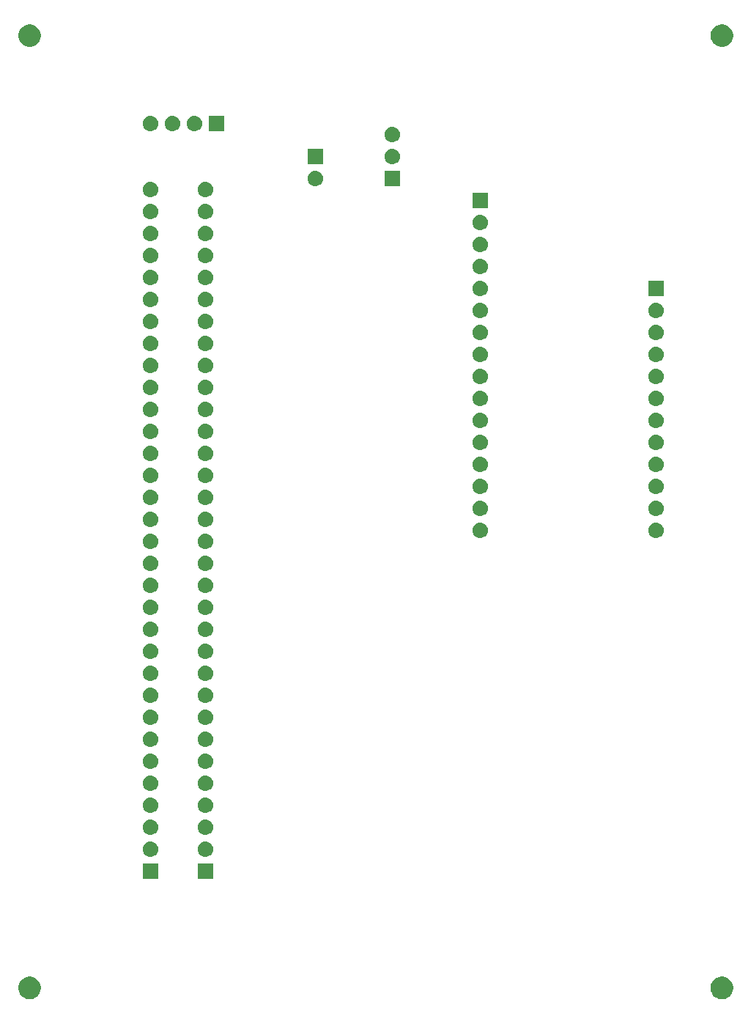
<source format=gbr>
G04 #@! TF.GenerationSoftware,KiCad,Pcbnew,5.1.2-f72e74a~84~ubuntu18.04.1*
G04 #@! TF.CreationDate,2019-12-29T11:51:02-05:00*
G04 #@! TF.ProjectId,knuth-gateway,6b6e7574-682d-4676-9174-657761792e6b,rev?*
G04 #@! TF.SameCoordinates,PX18392c0PY8b48bd0*
G04 #@! TF.FileFunction,Soldermask,Bot*
G04 #@! TF.FilePolarity,Negative*
%FSLAX46Y46*%
G04 Gerber Fmt 4.6, Leading zero omitted, Abs format (unit mm)*
G04 Created by KiCad (PCBNEW 5.1.2-f72e74a~84~ubuntu18.04.1) date 2019-12-29 11:51:02*
%MOMM*%
%LPD*%
G04 APERTURE LIST*
%ADD10C,0.100000*%
G04 APERTURE END LIST*
D10*
G36*
X86729487Y6821004D02*
G01*
X86966253Y6722932D01*
X86966255Y6722931D01*
X87179339Y6580553D01*
X87360553Y6399339D01*
X87502932Y6186253D01*
X87601004Y5949487D01*
X87651000Y5698139D01*
X87651000Y5441861D01*
X87601004Y5190513D01*
X87502932Y4953747D01*
X87502931Y4953745D01*
X87360553Y4740661D01*
X87179339Y4559447D01*
X86966255Y4417069D01*
X86966254Y4417068D01*
X86966253Y4417068D01*
X86729487Y4318996D01*
X86478139Y4269000D01*
X86221861Y4269000D01*
X85970513Y4318996D01*
X85733747Y4417068D01*
X85733746Y4417068D01*
X85733745Y4417069D01*
X85520661Y4559447D01*
X85339447Y4740661D01*
X85197069Y4953745D01*
X85197068Y4953747D01*
X85098996Y5190513D01*
X85049000Y5441861D01*
X85049000Y5698139D01*
X85098996Y5949487D01*
X85197068Y6186253D01*
X85339447Y6399339D01*
X85520661Y6580553D01*
X85733745Y6722931D01*
X85733747Y6722932D01*
X85970513Y6821004D01*
X86221861Y6871000D01*
X86478139Y6871000D01*
X86729487Y6821004D01*
X86729487Y6821004D01*
G37*
G36*
X6729487Y6821004D02*
G01*
X6966253Y6722932D01*
X6966255Y6722931D01*
X7179339Y6580553D01*
X7360553Y6399339D01*
X7502932Y6186253D01*
X7601004Y5949487D01*
X7651000Y5698139D01*
X7651000Y5441861D01*
X7601004Y5190513D01*
X7502932Y4953747D01*
X7502931Y4953745D01*
X7360553Y4740661D01*
X7179339Y4559447D01*
X6966255Y4417069D01*
X6966254Y4417068D01*
X6966253Y4417068D01*
X6729487Y4318996D01*
X6478139Y4269000D01*
X6221861Y4269000D01*
X5970513Y4318996D01*
X5733747Y4417068D01*
X5733746Y4417068D01*
X5733745Y4417069D01*
X5520661Y4559447D01*
X5339447Y4740661D01*
X5197069Y4953745D01*
X5197068Y4953747D01*
X5098996Y5190513D01*
X5049000Y5441861D01*
X5049000Y5698139D01*
X5098996Y5949487D01*
X5197068Y6186253D01*
X5339447Y6399339D01*
X5520661Y6580553D01*
X5733745Y6722931D01*
X5733747Y6722932D01*
X5970513Y6821004D01*
X6221861Y6871000D01*
X6478139Y6871000D01*
X6729487Y6821004D01*
X6729487Y6821004D01*
G37*
G36*
X27571000Y18149000D02*
G01*
X25769000Y18149000D01*
X25769000Y19951000D01*
X27571000Y19951000D01*
X27571000Y18149000D01*
X27571000Y18149000D01*
G37*
G36*
X21221000Y18149000D02*
G01*
X19419000Y18149000D01*
X19419000Y19951000D01*
X21221000Y19951000D01*
X21221000Y18149000D01*
X21221000Y18149000D01*
G37*
G36*
X20430442Y22484482D02*
G01*
X20496627Y22477963D01*
X20666466Y22426443D01*
X20822991Y22342778D01*
X20858729Y22313448D01*
X20960186Y22230186D01*
X21043448Y22128729D01*
X21072778Y22092991D01*
X21156443Y21936466D01*
X21207963Y21766627D01*
X21225359Y21590000D01*
X21207963Y21413373D01*
X21156443Y21243534D01*
X21072778Y21087009D01*
X21043448Y21051271D01*
X20960186Y20949814D01*
X20858729Y20866552D01*
X20822991Y20837222D01*
X20666466Y20753557D01*
X20496627Y20702037D01*
X20430442Y20695518D01*
X20364260Y20689000D01*
X20275740Y20689000D01*
X20209558Y20695518D01*
X20143373Y20702037D01*
X19973534Y20753557D01*
X19817009Y20837222D01*
X19781271Y20866552D01*
X19679814Y20949814D01*
X19596552Y21051271D01*
X19567222Y21087009D01*
X19483557Y21243534D01*
X19432037Y21413373D01*
X19414641Y21590000D01*
X19432037Y21766627D01*
X19483557Y21936466D01*
X19567222Y22092991D01*
X19596552Y22128729D01*
X19679814Y22230186D01*
X19781271Y22313448D01*
X19817009Y22342778D01*
X19973534Y22426443D01*
X20143373Y22477963D01*
X20209558Y22484482D01*
X20275740Y22491000D01*
X20364260Y22491000D01*
X20430442Y22484482D01*
X20430442Y22484482D01*
G37*
G36*
X26780442Y22484482D02*
G01*
X26846627Y22477963D01*
X27016466Y22426443D01*
X27172991Y22342778D01*
X27208729Y22313448D01*
X27310186Y22230186D01*
X27393448Y22128729D01*
X27422778Y22092991D01*
X27506443Y21936466D01*
X27557963Y21766627D01*
X27575359Y21590000D01*
X27557963Y21413373D01*
X27506443Y21243534D01*
X27422778Y21087009D01*
X27393448Y21051271D01*
X27310186Y20949814D01*
X27208729Y20866552D01*
X27172991Y20837222D01*
X27016466Y20753557D01*
X26846627Y20702037D01*
X26780442Y20695518D01*
X26714260Y20689000D01*
X26625740Y20689000D01*
X26559558Y20695518D01*
X26493373Y20702037D01*
X26323534Y20753557D01*
X26167009Y20837222D01*
X26131271Y20866552D01*
X26029814Y20949814D01*
X25946552Y21051271D01*
X25917222Y21087009D01*
X25833557Y21243534D01*
X25782037Y21413373D01*
X25764641Y21590000D01*
X25782037Y21766627D01*
X25833557Y21936466D01*
X25917222Y22092991D01*
X25946552Y22128729D01*
X26029814Y22230186D01*
X26131271Y22313448D01*
X26167009Y22342778D01*
X26323534Y22426443D01*
X26493373Y22477963D01*
X26559558Y22484482D01*
X26625740Y22491000D01*
X26714260Y22491000D01*
X26780442Y22484482D01*
X26780442Y22484482D01*
G37*
G36*
X26780442Y25024482D02*
G01*
X26846627Y25017963D01*
X27016466Y24966443D01*
X27172991Y24882778D01*
X27208729Y24853448D01*
X27310186Y24770186D01*
X27393448Y24668729D01*
X27422778Y24632991D01*
X27506443Y24476466D01*
X27557963Y24306627D01*
X27575359Y24130000D01*
X27557963Y23953373D01*
X27506443Y23783534D01*
X27422778Y23627009D01*
X27393448Y23591271D01*
X27310186Y23489814D01*
X27208729Y23406552D01*
X27172991Y23377222D01*
X27016466Y23293557D01*
X26846627Y23242037D01*
X26780443Y23235519D01*
X26714260Y23229000D01*
X26625740Y23229000D01*
X26559557Y23235519D01*
X26493373Y23242037D01*
X26323534Y23293557D01*
X26167009Y23377222D01*
X26131271Y23406552D01*
X26029814Y23489814D01*
X25946552Y23591271D01*
X25917222Y23627009D01*
X25833557Y23783534D01*
X25782037Y23953373D01*
X25764641Y24130000D01*
X25782037Y24306627D01*
X25833557Y24476466D01*
X25917222Y24632991D01*
X25946552Y24668729D01*
X26029814Y24770186D01*
X26131271Y24853448D01*
X26167009Y24882778D01*
X26323534Y24966443D01*
X26493373Y25017963D01*
X26559558Y25024482D01*
X26625740Y25031000D01*
X26714260Y25031000D01*
X26780442Y25024482D01*
X26780442Y25024482D01*
G37*
G36*
X20430442Y25024482D02*
G01*
X20496627Y25017963D01*
X20666466Y24966443D01*
X20822991Y24882778D01*
X20858729Y24853448D01*
X20960186Y24770186D01*
X21043448Y24668729D01*
X21072778Y24632991D01*
X21156443Y24476466D01*
X21207963Y24306627D01*
X21225359Y24130000D01*
X21207963Y23953373D01*
X21156443Y23783534D01*
X21072778Y23627009D01*
X21043448Y23591271D01*
X20960186Y23489814D01*
X20858729Y23406552D01*
X20822991Y23377222D01*
X20666466Y23293557D01*
X20496627Y23242037D01*
X20430443Y23235519D01*
X20364260Y23229000D01*
X20275740Y23229000D01*
X20209557Y23235519D01*
X20143373Y23242037D01*
X19973534Y23293557D01*
X19817009Y23377222D01*
X19781271Y23406552D01*
X19679814Y23489814D01*
X19596552Y23591271D01*
X19567222Y23627009D01*
X19483557Y23783534D01*
X19432037Y23953373D01*
X19414641Y24130000D01*
X19432037Y24306627D01*
X19483557Y24476466D01*
X19567222Y24632991D01*
X19596552Y24668729D01*
X19679814Y24770186D01*
X19781271Y24853448D01*
X19817009Y24882778D01*
X19973534Y24966443D01*
X20143373Y25017963D01*
X20209558Y25024482D01*
X20275740Y25031000D01*
X20364260Y25031000D01*
X20430442Y25024482D01*
X20430442Y25024482D01*
G37*
G36*
X26780442Y27564482D02*
G01*
X26846627Y27557963D01*
X27016466Y27506443D01*
X27172991Y27422778D01*
X27208729Y27393448D01*
X27310186Y27310186D01*
X27393448Y27208729D01*
X27422778Y27172991D01*
X27506443Y27016466D01*
X27557963Y26846627D01*
X27575359Y26670000D01*
X27557963Y26493373D01*
X27506443Y26323534D01*
X27422778Y26167009D01*
X27393448Y26131271D01*
X27310186Y26029814D01*
X27208729Y25946552D01*
X27172991Y25917222D01*
X27016466Y25833557D01*
X26846627Y25782037D01*
X26780442Y25775518D01*
X26714260Y25769000D01*
X26625740Y25769000D01*
X26559558Y25775518D01*
X26493373Y25782037D01*
X26323534Y25833557D01*
X26167009Y25917222D01*
X26131271Y25946552D01*
X26029814Y26029814D01*
X25946552Y26131271D01*
X25917222Y26167009D01*
X25833557Y26323534D01*
X25782037Y26493373D01*
X25764641Y26670000D01*
X25782037Y26846627D01*
X25833557Y27016466D01*
X25917222Y27172991D01*
X25946552Y27208729D01*
X26029814Y27310186D01*
X26131271Y27393448D01*
X26167009Y27422778D01*
X26323534Y27506443D01*
X26493373Y27557963D01*
X26559558Y27564482D01*
X26625740Y27571000D01*
X26714260Y27571000D01*
X26780442Y27564482D01*
X26780442Y27564482D01*
G37*
G36*
X20430442Y27564482D02*
G01*
X20496627Y27557963D01*
X20666466Y27506443D01*
X20822991Y27422778D01*
X20858729Y27393448D01*
X20960186Y27310186D01*
X21043448Y27208729D01*
X21072778Y27172991D01*
X21156443Y27016466D01*
X21207963Y26846627D01*
X21225359Y26670000D01*
X21207963Y26493373D01*
X21156443Y26323534D01*
X21072778Y26167009D01*
X21043448Y26131271D01*
X20960186Y26029814D01*
X20858729Y25946552D01*
X20822991Y25917222D01*
X20666466Y25833557D01*
X20496627Y25782037D01*
X20430442Y25775518D01*
X20364260Y25769000D01*
X20275740Y25769000D01*
X20209558Y25775518D01*
X20143373Y25782037D01*
X19973534Y25833557D01*
X19817009Y25917222D01*
X19781271Y25946552D01*
X19679814Y26029814D01*
X19596552Y26131271D01*
X19567222Y26167009D01*
X19483557Y26323534D01*
X19432037Y26493373D01*
X19414641Y26670000D01*
X19432037Y26846627D01*
X19483557Y27016466D01*
X19567222Y27172991D01*
X19596552Y27208729D01*
X19679814Y27310186D01*
X19781271Y27393448D01*
X19817009Y27422778D01*
X19973534Y27506443D01*
X20143373Y27557963D01*
X20209558Y27564482D01*
X20275740Y27571000D01*
X20364260Y27571000D01*
X20430442Y27564482D01*
X20430442Y27564482D01*
G37*
G36*
X20430442Y30104482D02*
G01*
X20496627Y30097963D01*
X20666466Y30046443D01*
X20822991Y29962778D01*
X20858729Y29933448D01*
X20960186Y29850186D01*
X21043448Y29748729D01*
X21072778Y29712991D01*
X21156443Y29556466D01*
X21207963Y29386627D01*
X21225359Y29210000D01*
X21207963Y29033373D01*
X21156443Y28863534D01*
X21072778Y28707009D01*
X21043448Y28671271D01*
X20960186Y28569814D01*
X20858729Y28486552D01*
X20822991Y28457222D01*
X20666466Y28373557D01*
X20496627Y28322037D01*
X20430442Y28315518D01*
X20364260Y28309000D01*
X20275740Y28309000D01*
X20209558Y28315518D01*
X20143373Y28322037D01*
X19973534Y28373557D01*
X19817009Y28457222D01*
X19781271Y28486552D01*
X19679814Y28569814D01*
X19596552Y28671271D01*
X19567222Y28707009D01*
X19483557Y28863534D01*
X19432037Y29033373D01*
X19414641Y29210000D01*
X19432037Y29386627D01*
X19483557Y29556466D01*
X19567222Y29712991D01*
X19596552Y29748729D01*
X19679814Y29850186D01*
X19781271Y29933448D01*
X19817009Y29962778D01*
X19973534Y30046443D01*
X20143373Y30097963D01*
X20209558Y30104482D01*
X20275740Y30111000D01*
X20364260Y30111000D01*
X20430442Y30104482D01*
X20430442Y30104482D01*
G37*
G36*
X26780442Y30104482D02*
G01*
X26846627Y30097963D01*
X27016466Y30046443D01*
X27172991Y29962778D01*
X27208729Y29933448D01*
X27310186Y29850186D01*
X27393448Y29748729D01*
X27422778Y29712991D01*
X27506443Y29556466D01*
X27557963Y29386627D01*
X27575359Y29210000D01*
X27557963Y29033373D01*
X27506443Y28863534D01*
X27422778Y28707009D01*
X27393448Y28671271D01*
X27310186Y28569814D01*
X27208729Y28486552D01*
X27172991Y28457222D01*
X27016466Y28373557D01*
X26846627Y28322037D01*
X26780442Y28315518D01*
X26714260Y28309000D01*
X26625740Y28309000D01*
X26559558Y28315518D01*
X26493373Y28322037D01*
X26323534Y28373557D01*
X26167009Y28457222D01*
X26131271Y28486552D01*
X26029814Y28569814D01*
X25946552Y28671271D01*
X25917222Y28707009D01*
X25833557Y28863534D01*
X25782037Y29033373D01*
X25764641Y29210000D01*
X25782037Y29386627D01*
X25833557Y29556466D01*
X25917222Y29712991D01*
X25946552Y29748729D01*
X26029814Y29850186D01*
X26131271Y29933448D01*
X26167009Y29962778D01*
X26323534Y30046443D01*
X26493373Y30097963D01*
X26559558Y30104482D01*
X26625740Y30111000D01*
X26714260Y30111000D01*
X26780442Y30104482D01*
X26780442Y30104482D01*
G37*
G36*
X26780443Y32644481D02*
G01*
X26846627Y32637963D01*
X27016466Y32586443D01*
X27172991Y32502778D01*
X27208729Y32473448D01*
X27310186Y32390186D01*
X27393448Y32288729D01*
X27422778Y32252991D01*
X27506443Y32096466D01*
X27557963Y31926627D01*
X27575359Y31750000D01*
X27557963Y31573373D01*
X27506443Y31403534D01*
X27422778Y31247009D01*
X27393448Y31211271D01*
X27310186Y31109814D01*
X27208729Y31026552D01*
X27172991Y30997222D01*
X27016466Y30913557D01*
X26846627Y30862037D01*
X26780442Y30855518D01*
X26714260Y30849000D01*
X26625740Y30849000D01*
X26559558Y30855518D01*
X26493373Y30862037D01*
X26323534Y30913557D01*
X26167009Y30997222D01*
X26131271Y31026552D01*
X26029814Y31109814D01*
X25946552Y31211271D01*
X25917222Y31247009D01*
X25833557Y31403534D01*
X25782037Y31573373D01*
X25764641Y31750000D01*
X25782037Y31926627D01*
X25833557Y32096466D01*
X25917222Y32252991D01*
X25946552Y32288729D01*
X26029814Y32390186D01*
X26131271Y32473448D01*
X26167009Y32502778D01*
X26323534Y32586443D01*
X26493373Y32637963D01*
X26559557Y32644481D01*
X26625740Y32651000D01*
X26714260Y32651000D01*
X26780443Y32644481D01*
X26780443Y32644481D01*
G37*
G36*
X20430443Y32644481D02*
G01*
X20496627Y32637963D01*
X20666466Y32586443D01*
X20822991Y32502778D01*
X20858729Y32473448D01*
X20960186Y32390186D01*
X21043448Y32288729D01*
X21072778Y32252991D01*
X21156443Y32096466D01*
X21207963Y31926627D01*
X21225359Y31750000D01*
X21207963Y31573373D01*
X21156443Y31403534D01*
X21072778Y31247009D01*
X21043448Y31211271D01*
X20960186Y31109814D01*
X20858729Y31026552D01*
X20822991Y30997222D01*
X20666466Y30913557D01*
X20496627Y30862037D01*
X20430442Y30855518D01*
X20364260Y30849000D01*
X20275740Y30849000D01*
X20209558Y30855518D01*
X20143373Y30862037D01*
X19973534Y30913557D01*
X19817009Y30997222D01*
X19781271Y31026552D01*
X19679814Y31109814D01*
X19596552Y31211271D01*
X19567222Y31247009D01*
X19483557Y31403534D01*
X19432037Y31573373D01*
X19414641Y31750000D01*
X19432037Y31926627D01*
X19483557Y32096466D01*
X19567222Y32252991D01*
X19596552Y32288729D01*
X19679814Y32390186D01*
X19781271Y32473448D01*
X19817009Y32502778D01*
X19973534Y32586443D01*
X20143373Y32637963D01*
X20209557Y32644481D01*
X20275740Y32651000D01*
X20364260Y32651000D01*
X20430443Y32644481D01*
X20430443Y32644481D01*
G37*
G36*
X20430442Y35184482D02*
G01*
X20496627Y35177963D01*
X20666466Y35126443D01*
X20822991Y35042778D01*
X20858729Y35013448D01*
X20960186Y34930186D01*
X21043448Y34828729D01*
X21072778Y34792991D01*
X21156443Y34636466D01*
X21207963Y34466627D01*
X21225359Y34290000D01*
X21207963Y34113373D01*
X21156443Y33943534D01*
X21072778Y33787009D01*
X21043448Y33751271D01*
X20960186Y33649814D01*
X20858729Y33566552D01*
X20822991Y33537222D01*
X20666466Y33453557D01*
X20496627Y33402037D01*
X20430442Y33395518D01*
X20364260Y33389000D01*
X20275740Y33389000D01*
X20209558Y33395518D01*
X20143373Y33402037D01*
X19973534Y33453557D01*
X19817009Y33537222D01*
X19781271Y33566552D01*
X19679814Y33649814D01*
X19596552Y33751271D01*
X19567222Y33787009D01*
X19483557Y33943534D01*
X19432037Y34113373D01*
X19414641Y34290000D01*
X19432037Y34466627D01*
X19483557Y34636466D01*
X19567222Y34792991D01*
X19596552Y34828729D01*
X19679814Y34930186D01*
X19781271Y35013448D01*
X19817009Y35042778D01*
X19973534Y35126443D01*
X20143373Y35177963D01*
X20209558Y35184482D01*
X20275740Y35191000D01*
X20364260Y35191000D01*
X20430442Y35184482D01*
X20430442Y35184482D01*
G37*
G36*
X26780442Y35184482D02*
G01*
X26846627Y35177963D01*
X27016466Y35126443D01*
X27172991Y35042778D01*
X27208729Y35013448D01*
X27310186Y34930186D01*
X27393448Y34828729D01*
X27422778Y34792991D01*
X27506443Y34636466D01*
X27557963Y34466627D01*
X27575359Y34290000D01*
X27557963Y34113373D01*
X27506443Y33943534D01*
X27422778Y33787009D01*
X27393448Y33751271D01*
X27310186Y33649814D01*
X27208729Y33566552D01*
X27172991Y33537222D01*
X27016466Y33453557D01*
X26846627Y33402037D01*
X26780442Y33395518D01*
X26714260Y33389000D01*
X26625740Y33389000D01*
X26559558Y33395518D01*
X26493373Y33402037D01*
X26323534Y33453557D01*
X26167009Y33537222D01*
X26131271Y33566552D01*
X26029814Y33649814D01*
X25946552Y33751271D01*
X25917222Y33787009D01*
X25833557Y33943534D01*
X25782037Y34113373D01*
X25764641Y34290000D01*
X25782037Y34466627D01*
X25833557Y34636466D01*
X25917222Y34792991D01*
X25946552Y34828729D01*
X26029814Y34930186D01*
X26131271Y35013448D01*
X26167009Y35042778D01*
X26323534Y35126443D01*
X26493373Y35177963D01*
X26559558Y35184482D01*
X26625740Y35191000D01*
X26714260Y35191000D01*
X26780442Y35184482D01*
X26780442Y35184482D01*
G37*
G36*
X26780443Y37724481D02*
G01*
X26846627Y37717963D01*
X27016466Y37666443D01*
X27172991Y37582778D01*
X27208729Y37553448D01*
X27310186Y37470186D01*
X27393448Y37368729D01*
X27422778Y37332991D01*
X27506443Y37176466D01*
X27557963Y37006627D01*
X27575359Y36830000D01*
X27557963Y36653373D01*
X27506443Y36483534D01*
X27422778Y36327009D01*
X27393448Y36291271D01*
X27310186Y36189814D01*
X27208729Y36106552D01*
X27172991Y36077222D01*
X27016466Y35993557D01*
X26846627Y35942037D01*
X26780443Y35935519D01*
X26714260Y35929000D01*
X26625740Y35929000D01*
X26559557Y35935519D01*
X26493373Y35942037D01*
X26323534Y35993557D01*
X26167009Y36077222D01*
X26131271Y36106552D01*
X26029814Y36189814D01*
X25946552Y36291271D01*
X25917222Y36327009D01*
X25833557Y36483534D01*
X25782037Y36653373D01*
X25764641Y36830000D01*
X25782037Y37006627D01*
X25833557Y37176466D01*
X25917222Y37332991D01*
X25946552Y37368729D01*
X26029814Y37470186D01*
X26131271Y37553448D01*
X26167009Y37582778D01*
X26323534Y37666443D01*
X26493373Y37717963D01*
X26559557Y37724481D01*
X26625740Y37731000D01*
X26714260Y37731000D01*
X26780443Y37724481D01*
X26780443Y37724481D01*
G37*
G36*
X20430443Y37724481D02*
G01*
X20496627Y37717963D01*
X20666466Y37666443D01*
X20822991Y37582778D01*
X20858729Y37553448D01*
X20960186Y37470186D01*
X21043448Y37368729D01*
X21072778Y37332991D01*
X21156443Y37176466D01*
X21207963Y37006627D01*
X21225359Y36830000D01*
X21207963Y36653373D01*
X21156443Y36483534D01*
X21072778Y36327009D01*
X21043448Y36291271D01*
X20960186Y36189814D01*
X20858729Y36106552D01*
X20822991Y36077222D01*
X20666466Y35993557D01*
X20496627Y35942037D01*
X20430443Y35935519D01*
X20364260Y35929000D01*
X20275740Y35929000D01*
X20209557Y35935519D01*
X20143373Y35942037D01*
X19973534Y35993557D01*
X19817009Y36077222D01*
X19781271Y36106552D01*
X19679814Y36189814D01*
X19596552Y36291271D01*
X19567222Y36327009D01*
X19483557Y36483534D01*
X19432037Y36653373D01*
X19414641Y36830000D01*
X19432037Y37006627D01*
X19483557Y37176466D01*
X19567222Y37332991D01*
X19596552Y37368729D01*
X19679814Y37470186D01*
X19781271Y37553448D01*
X19817009Y37582778D01*
X19973534Y37666443D01*
X20143373Y37717963D01*
X20209557Y37724481D01*
X20275740Y37731000D01*
X20364260Y37731000D01*
X20430443Y37724481D01*
X20430443Y37724481D01*
G37*
G36*
X26780443Y40264481D02*
G01*
X26846627Y40257963D01*
X27016466Y40206443D01*
X27172991Y40122778D01*
X27208729Y40093448D01*
X27310186Y40010186D01*
X27393448Y39908729D01*
X27422778Y39872991D01*
X27506443Y39716466D01*
X27557963Y39546627D01*
X27575359Y39370000D01*
X27557963Y39193373D01*
X27506443Y39023534D01*
X27422778Y38867009D01*
X27393448Y38831271D01*
X27310186Y38729814D01*
X27208729Y38646552D01*
X27172991Y38617222D01*
X27016466Y38533557D01*
X26846627Y38482037D01*
X26780443Y38475519D01*
X26714260Y38469000D01*
X26625740Y38469000D01*
X26559557Y38475519D01*
X26493373Y38482037D01*
X26323534Y38533557D01*
X26167009Y38617222D01*
X26131271Y38646552D01*
X26029814Y38729814D01*
X25946552Y38831271D01*
X25917222Y38867009D01*
X25833557Y39023534D01*
X25782037Y39193373D01*
X25764641Y39370000D01*
X25782037Y39546627D01*
X25833557Y39716466D01*
X25917222Y39872991D01*
X25946552Y39908729D01*
X26029814Y40010186D01*
X26131271Y40093448D01*
X26167009Y40122778D01*
X26323534Y40206443D01*
X26493373Y40257963D01*
X26559557Y40264481D01*
X26625740Y40271000D01*
X26714260Y40271000D01*
X26780443Y40264481D01*
X26780443Y40264481D01*
G37*
G36*
X20430443Y40264481D02*
G01*
X20496627Y40257963D01*
X20666466Y40206443D01*
X20822991Y40122778D01*
X20858729Y40093448D01*
X20960186Y40010186D01*
X21043448Y39908729D01*
X21072778Y39872991D01*
X21156443Y39716466D01*
X21207963Y39546627D01*
X21225359Y39370000D01*
X21207963Y39193373D01*
X21156443Y39023534D01*
X21072778Y38867009D01*
X21043448Y38831271D01*
X20960186Y38729814D01*
X20858729Y38646552D01*
X20822991Y38617222D01*
X20666466Y38533557D01*
X20496627Y38482037D01*
X20430443Y38475519D01*
X20364260Y38469000D01*
X20275740Y38469000D01*
X20209557Y38475519D01*
X20143373Y38482037D01*
X19973534Y38533557D01*
X19817009Y38617222D01*
X19781271Y38646552D01*
X19679814Y38729814D01*
X19596552Y38831271D01*
X19567222Y38867009D01*
X19483557Y39023534D01*
X19432037Y39193373D01*
X19414641Y39370000D01*
X19432037Y39546627D01*
X19483557Y39716466D01*
X19567222Y39872991D01*
X19596552Y39908729D01*
X19679814Y40010186D01*
X19781271Y40093448D01*
X19817009Y40122778D01*
X19973534Y40206443D01*
X20143373Y40257963D01*
X20209557Y40264481D01*
X20275740Y40271000D01*
X20364260Y40271000D01*
X20430443Y40264481D01*
X20430443Y40264481D01*
G37*
G36*
X20430443Y42804481D02*
G01*
X20496627Y42797963D01*
X20666466Y42746443D01*
X20822991Y42662778D01*
X20858729Y42633448D01*
X20960186Y42550186D01*
X21043448Y42448729D01*
X21072778Y42412991D01*
X21156443Y42256466D01*
X21207963Y42086627D01*
X21225359Y41910000D01*
X21207963Y41733373D01*
X21156443Y41563534D01*
X21072778Y41407009D01*
X21043448Y41371271D01*
X20960186Y41269814D01*
X20858729Y41186552D01*
X20822991Y41157222D01*
X20666466Y41073557D01*
X20496627Y41022037D01*
X20430442Y41015518D01*
X20364260Y41009000D01*
X20275740Y41009000D01*
X20209557Y41015519D01*
X20143373Y41022037D01*
X19973534Y41073557D01*
X19817009Y41157222D01*
X19781271Y41186552D01*
X19679814Y41269814D01*
X19596552Y41371271D01*
X19567222Y41407009D01*
X19483557Y41563534D01*
X19432037Y41733373D01*
X19414641Y41910000D01*
X19432037Y42086627D01*
X19483557Y42256466D01*
X19567222Y42412991D01*
X19596552Y42448729D01*
X19679814Y42550186D01*
X19781271Y42633448D01*
X19817009Y42662778D01*
X19973534Y42746443D01*
X20143373Y42797963D01*
X20209558Y42804482D01*
X20275740Y42811000D01*
X20364260Y42811000D01*
X20430443Y42804481D01*
X20430443Y42804481D01*
G37*
G36*
X26780443Y42804481D02*
G01*
X26846627Y42797963D01*
X27016466Y42746443D01*
X27172991Y42662778D01*
X27208729Y42633448D01*
X27310186Y42550186D01*
X27393448Y42448729D01*
X27422778Y42412991D01*
X27506443Y42256466D01*
X27557963Y42086627D01*
X27575359Y41910000D01*
X27557963Y41733373D01*
X27506443Y41563534D01*
X27422778Y41407009D01*
X27393448Y41371271D01*
X27310186Y41269814D01*
X27208729Y41186552D01*
X27172991Y41157222D01*
X27016466Y41073557D01*
X26846627Y41022037D01*
X26780442Y41015518D01*
X26714260Y41009000D01*
X26625740Y41009000D01*
X26559557Y41015519D01*
X26493373Y41022037D01*
X26323534Y41073557D01*
X26167009Y41157222D01*
X26131271Y41186552D01*
X26029814Y41269814D01*
X25946552Y41371271D01*
X25917222Y41407009D01*
X25833557Y41563534D01*
X25782037Y41733373D01*
X25764641Y41910000D01*
X25782037Y42086627D01*
X25833557Y42256466D01*
X25917222Y42412991D01*
X25946552Y42448729D01*
X26029814Y42550186D01*
X26131271Y42633448D01*
X26167009Y42662778D01*
X26323534Y42746443D01*
X26493373Y42797963D01*
X26559558Y42804482D01*
X26625740Y42811000D01*
X26714260Y42811000D01*
X26780443Y42804481D01*
X26780443Y42804481D01*
G37*
G36*
X26780443Y45344481D02*
G01*
X26846627Y45337963D01*
X27016466Y45286443D01*
X27172991Y45202778D01*
X27208729Y45173448D01*
X27310186Y45090186D01*
X27393448Y44988729D01*
X27422778Y44952991D01*
X27506443Y44796466D01*
X27557963Y44626627D01*
X27575359Y44450000D01*
X27557963Y44273373D01*
X27506443Y44103534D01*
X27422778Y43947009D01*
X27393448Y43911271D01*
X27310186Y43809814D01*
X27208729Y43726552D01*
X27172991Y43697222D01*
X27016466Y43613557D01*
X26846627Y43562037D01*
X26780442Y43555518D01*
X26714260Y43549000D01*
X26625740Y43549000D01*
X26559558Y43555518D01*
X26493373Y43562037D01*
X26323534Y43613557D01*
X26167009Y43697222D01*
X26131271Y43726552D01*
X26029814Y43809814D01*
X25946552Y43911271D01*
X25917222Y43947009D01*
X25833557Y44103534D01*
X25782037Y44273373D01*
X25764641Y44450000D01*
X25782037Y44626627D01*
X25833557Y44796466D01*
X25917222Y44952991D01*
X25946552Y44988729D01*
X26029814Y45090186D01*
X26131271Y45173448D01*
X26167009Y45202778D01*
X26323534Y45286443D01*
X26493373Y45337963D01*
X26559557Y45344481D01*
X26625740Y45351000D01*
X26714260Y45351000D01*
X26780443Y45344481D01*
X26780443Y45344481D01*
G37*
G36*
X20430443Y45344481D02*
G01*
X20496627Y45337963D01*
X20666466Y45286443D01*
X20822991Y45202778D01*
X20858729Y45173448D01*
X20960186Y45090186D01*
X21043448Y44988729D01*
X21072778Y44952991D01*
X21156443Y44796466D01*
X21207963Y44626627D01*
X21225359Y44450000D01*
X21207963Y44273373D01*
X21156443Y44103534D01*
X21072778Y43947009D01*
X21043448Y43911271D01*
X20960186Y43809814D01*
X20858729Y43726552D01*
X20822991Y43697222D01*
X20666466Y43613557D01*
X20496627Y43562037D01*
X20430442Y43555518D01*
X20364260Y43549000D01*
X20275740Y43549000D01*
X20209558Y43555518D01*
X20143373Y43562037D01*
X19973534Y43613557D01*
X19817009Y43697222D01*
X19781271Y43726552D01*
X19679814Y43809814D01*
X19596552Y43911271D01*
X19567222Y43947009D01*
X19483557Y44103534D01*
X19432037Y44273373D01*
X19414641Y44450000D01*
X19432037Y44626627D01*
X19483557Y44796466D01*
X19567222Y44952991D01*
X19596552Y44988729D01*
X19679814Y45090186D01*
X19781271Y45173448D01*
X19817009Y45202778D01*
X19973534Y45286443D01*
X20143373Y45337963D01*
X20209557Y45344481D01*
X20275740Y45351000D01*
X20364260Y45351000D01*
X20430443Y45344481D01*
X20430443Y45344481D01*
G37*
G36*
X26780443Y47884481D02*
G01*
X26846627Y47877963D01*
X27016466Y47826443D01*
X27172991Y47742778D01*
X27208729Y47713448D01*
X27310186Y47630186D01*
X27393448Y47528729D01*
X27422778Y47492991D01*
X27506443Y47336466D01*
X27557963Y47166627D01*
X27575359Y46990000D01*
X27557963Y46813373D01*
X27506443Y46643534D01*
X27422778Y46487009D01*
X27393448Y46451271D01*
X27310186Y46349814D01*
X27208729Y46266552D01*
X27172991Y46237222D01*
X27016466Y46153557D01*
X26846627Y46102037D01*
X26780443Y46095519D01*
X26714260Y46089000D01*
X26625740Y46089000D01*
X26559557Y46095519D01*
X26493373Y46102037D01*
X26323534Y46153557D01*
X26167009Y46237222D01*
X26131271Y46266552D01*
X26029814Y46349814D01*
X25946552Y46451271D01*
X25917222Y46487009D01*
X25833557Y46643534D01*
X25782037Y46813373D01*
X25764641Y46990000D01*
X25782037Y47166627D01*
X25833557Y47336466D01*
X25917222Y47492991D01*
X25946552Y47528729D01*
X26029814Y47630186D01*
X26131271Y47713448D01*
X26167009Y47742778D01*
X26323534Y47826443D01*
X26493373Y47877963D01*
X26559557Y47884481D01*
X26625740Y47891000D01*
X26714260Y47891000D01*
X26780443Y47884481D01*
X26780443Y47884481D01*
G37*
G36*
X20430443Y47884481D02*
G01*
X20496627Y47877963D01*
X20666466Y47826443D01*
X20822991Y47742778D01*
X20858729Y47713448D01*
X20960186Y47630186D01*
X21043448Y47528729D01*
X21072778Y47492991D01*
X21156443Y47336466D01*
X21207963Y47166627D01*
X21225359Y46990000D01*
X21207963Y46813373D01*
X21156443Y46643534D01*
X21072778Y46487009D01*
X21043448Y46451271D01*
X20960186Y46349814D01*
X20858729Y46266552D01*
X20822991Y46237222D01*
X20666466Y46153557D01*
X20496627Y46102037D01*
X20430443Y46095519D01*
X20364260Y46089000D01*
X20275740Y46089000D01*
X20209557Y46095519D01*
X20143373Y46102037D01*
X19973534Y46153557D01*
X19817009Y46237222D01*
X19781271Y46266552D01*
X19679814Y46349814D01*
X19596552Y46451271D01*
X19567222Y46487009D01*
X19483557Y46643534D01*
X19432037Y46813373D01*
X19414641Y46990000D01*
X19432037Y47166627D01*
X19483557Y47336466D01*
X19567222Y47492991D01*
X19596552Y47528729D01*
X19679814Y47630186D01*
X19781271Y47713448D01*
X19817009Y47742778D01*
X19973534Y47826443D01*
X20143373Y47877963D01*
X20209557Y47884481D01*
X20275740Y47891000D01*
X20364260Y47891000D01*
X20430443Y47884481D01*
X20430443Y47884481D01*
G37*
G36*
X26780442Y50424482D02*
G01*
X26846627Y50417963D01*
X27016466Y50366443D01*
X27172991Y50282778D01*
X27208729Y50253448D01*
X27310186Y50170186D01*
X27393448Y50068729D01*
X27422778Y50032991D01*
X27506443Y49876466D01*
X27557963Y49706627D01*
X27575359Y49530000D01*
X27557963Y49353373D01*
X27506443Y49183534D01*
X27422778Y49027009D01*
X27393448Y48991271D01*
X27310186Y48889814D01*
X27208729Y48806552D01*
X27172991Y48777222D01*
X27016466Y48693557D01*
X26846627Y48642037D01*
X26780442Y48635518D01*
X26714260Y48629000D01*
X26625740Y48629000D01*
X26559558Y48635518D01*
X26493373Y48642037D01*
X26323534Y48693557D01*
X26167009Y48777222D01*
X26131271Y48806552D01*
X26029814Y48889814D01*
X25946552Y48991271D01*
X25917222Y49027009D01*
X25833557Y49183534D01*
X25782037Y49353373D01*
X25764641Y49530000D01*
X25782037Y49706627D01*
X25833557Y49876466D01*
X25917222Y50032991D01*
X25946552Y50068729D01*
X26029814Y50170186D01*
X26131271Y50253448D01*
X26167009Y50282778D01*
X26323534Y50366443D01*
X26493373Y50417963D01*
X26559558Y50424482D01*
X26625740Y50431000D01*
X26714260Y50431000D01*
X26780442Y50424482D01*
X26780442Y50424482D01*
G37*
G36*
X20430442Y50424482D02*
G01*
X20496627Y50417963D01*
X20666466Y50366443D01*
X20822991Y50282778D01*
X20858729Y50253448D01*
X20960186Y50170186D01*
X21043448Y50068729D01*
X21072778Y50032991D01*
X21156443Y49876466D01*
X21207963Y49706627D01*
X21225359Y49530000D01*
X21207963Y49353373D01*
X21156443Y49183534D01*
X21072778Y49027009D01*
X21043448Y48991271D01*
X20960186Y48889814D01*
X20858729Y48806552D01*
X20822991Y48777222D01*
X20666466Y48693557D01*
X20496627Y48642037D01*
X20430442Y48635518D01*
X20364260Y48629000D01*
X20275740Y48629000D01*
X20209558Y48635518D01*
X20143373Y48642037D01*
X19973534Y48693557D01*
X19817009Y48777222D01*
X19781271Y48806552D01*
X19679814Y48889814D01*
X19596552Y48991271D01*
X19567222Y49027009D01*
X19483557Y49183534D01*
X19432037Y49353373D01*
X19414641Y49530000D01*
X19432037Y49706627D01*
X19483557Y49876466D01*
X19567222Y50032991D01*
X19596552Y50068729D01*
X19679814Y50170186D01*
X19781271Y50253448D01*
X19817009Y50282778D01*
X19973534Y50366443D01*
X20143373Y50417963D01*
X20209558Y50424482D01*
X20275740Y50431000D01*
X20364260Y50431000D01*
X20430442Y50424482D01*
X20430442Y50424482D01*
G37*
G36*
X26780443Y52964481D02*
G01*
X26846627Y52957963D01*
X27016466Y52906443D01*
X27172991Y52822778D01*
X27208729Y52793448D01*
X27310186Y52710186D01*
X27393448Y52608729D01*
X27422778Y52572991D01*
X27506443Y52416466D01*
X27557963Y52246627D01*
X27575359Y52070000D01*
X27557963Y51893373D01*
X27506443Y51723534D01*
X27422778Y51567009D01*
X27393448Y51531271D01*
X27310186Y51429814D01*
X27208729Y51346552D01*
X27172991Y51317222D01*
X27016466Y51233557D01*
X26846627Y51182037D01*
X26780443Y51175519D01*
X26714260Y51169000D01*
X26625740Y51169000D01*
X26559557Y51175519D01*
X26493373Y51182037D01*
X26323534Y51233557D01*
X26167009Y51317222D01*
X26131271Y51346552D01*
X26029814Y51429814D01*
X25946552Y51531271D01*
X25917222Y51567009D01*
X25833557Y51723534D01*
X25782037Y51893373D01*
X25764641Y52070000D01*
X25782037Y52246627D01*
X25833557Y52416466D01*
X25917222Y52572991D01*
X25946552Y52608729D01*
X26029814Y52710186D01*
X26131271Y52793448D01*
X26167009Y52822778D01*
X26323534Y52906443D01*
X26493373Y52957963D01*
X26559557Y52964481D01*
X26625740Y52971000D01*
X26714260Y52971000D01*
X26780443Y52964481D01*
X26780443Y52964481D01*
G37*
G36*
X20430443Y52964481D02*
G01*
X20496627Y52957963D01*
X20666466Y52906443D01*
X20822991Y52822778D01*
X20858729Y52793448D01*
X20960186Y52710186D01*
X21043448Y52608729D01*
X21072778Y52572991D01*
X21156443Y52416466D01*
X21207963Y52246627D01*
X21225359Y52070000D01*
X21207963Y51893373D01*
X21156443Y51723534D01*
X21072778Y51567009D01*
X21043448Y51531271D01*
X20960186Y51429814D01*
X20858729Y51346552D01*
X20822991Y51317222D01*
X20666466Y51233557D01*
X20496627Y51182037D01*
X20430443Y51175519D01*
X20364260Y51169000D01*
X20275740Y51169000D01*
X20209557Y51175519D01*
X20143373Y51182037D01*
X19973534Y51233557D01*
X19817009Y51317222D01*
X19781271Y51346552D01*
X19679814Y51429814D01*
X19596552Y51531271D01*
X19567222Y51567009D01*
X19483557Y51723534D01*
X19432037Y51893373D01*
X19414641Y52070000D01*
X19432037Y52246627D01*
X19483557Y52416466D01*
X19567222Y52572991D01*
X19596552Y52608729D01*
X19679814Y52710186D01*
X19781271Y52793448D01*
X19817009Y52822778D01*
X19973534Y52906443D01*
X20143373Y52957963D01*
X20209557Y52964481D01*
X20275740Y52971000D01*
X20364260Y52971000D01*
X20430443Y52964481D01*
X20430443Y52964481D01*
G37*
G36*
X26780443Y55504481D02*
G01*
X26846627Y55497963D01*
X27016466Y55446443D01*
X27172991Y55362778D01*
X27208729Y55333448D01*
X27310186Y55250186D01*
X27393448Y55148729D01*
X27422778Y55112991D01*
X27506443Y54956466D01*
X27557963Y54786627D01*
X27575359Y54610000D01*
X27557963Y54433373D01*
X27506443Y54263534D01*
X27422778Y54107009D01*
X27393448Y54071271D01*
X27310186Y53969814D01*
X27208729Y53886552D01*
X27172991Y53857222D01*
X27016466Y53773557D01*
X26846627Y53722037D01*
X26780443Y53715519D01*
X26714260Y53709000D01*
X26625740Y53709000D01*
X26559557Y53715519D01*
X26493373Y53722037D01*
X26323534Y53773557D01*
X26167009Y53857222D01*
X26131271Y53886552D01*
X26029814Y53969814D01*
X25946552Y54071271D01*
X25917222Y54107009D01*
X25833557Y54263534D01*
X25782037Y54433373D01*
X25764641Y54610000D01*
X25782037Y54786627D01*
X25833557Y54956466D01*
X25917222Y55112991D01*
X25946552Y55148729D01*
X26029814Y55250186D01*
X26131271Y55333448D01*
X26167009Y55362778D01*
X26323534Y55446443D01*
X26493373Y55497963D01*
X26559557Y55504481D01*
X26625740Y55511000D01*
X26714260Y55511000D01*
X26780443Y55504481D01*
X26780443Y55504481D01*
G37*
G36*
X20430443Y55504481D02*
G01*
X20496627Y55497963D01*
X20666466Y55446443D01*
X20822991Y55362778D01*
X20858729Y55333448D01*
X20960186Y55250186D01*
X21043448Y55148729D01*
X21072778Y55112991D01*
X21156443Y54956466D01*
X21207963Y54786627D01*
X21225359Y54610000D01*
X21207963Y54433373D01*
X21156443Y54263534D01*
X21072778Y54107009D01*
X21043448Y54071271D01*
X20960186Y53969814D01*
X20858729Y53886552D01*
X20822991Y53857222D01*
X20666466Y53773557D01*
X20496627Y53722037D01*
X20430443Y53715519D01*
X20364260Y53709000D01*
X20275740Y53709000D01*
X20209557Y53715519D01*
X20143373Y53722037D01*
X19973534Y53773557D01*
X19817009Y53857222D01*
X19781271Y53886552D01*
X19679814Y53969814D01*
X19596552Y54071271D01*
X19567222Y54107009D01*
X19483557Y54263534D01*
X19432037Y54433373D01*
X19414641Y54610000D01*
X19432037Y54786627D01*
X19483557Y54956466D01*
X19567222Y55112991D01*
X19596552Y55148729D01*
X19679814Y55250186D01*
X19781271Y55333448D01*
X19817009Y55362778D01*
X19973534Y55446443D01*
X20143373Y55497963D01*
X20209557Y55504481D01*
X20275740Y55511000D01*
X20364260Y55511000D01*
X20430443Y55504481D01*
X20430443Y55504481D01*
G37*
G36*
X26780443Y58044481D02*
G01*
X26846627Y58037963D01*
X27016466Y57986443D01*
X27172991Y57902778D01*
X27208729Y57873448D01*
X27310186Y57790186D01*
X27393448Y57688729D01*
X27422778Y57652991D01*
X27506443Y57496466D01*
X27557963Y57326627D01*
X27575359Y57150000D01*
X27557963Y56973373D01*
X27506443Y56803534D01*
X27422778Y56647009D01*
X27393448Y56611271D01*
X27310186Y56509814D01*
X27208729Y56426552D01*
X27172991Y56397222D01*
X27016466Y56313557D01*
X26846627Y56262037D01*
X26780443Y56255519D01*
X26714260Y56249000D01*
X26625740Y56249000D01*
X26559557Y56255519D01*
X26493373Y56262037D01*
X26323534Y56313557D01*
X26167009Y56397222D01*
X26131271Y56426552D01*
X26029814Y56509814D01*
X25946552Y56611271D01*
X25917222Y56647009D01*
X25833557Y56803534D01*
X25782037Y56973373D01*
X25764641Y57150000D01*
X25782037Y57326627D01*
X25833557Y57496466D01*
X25917222Y57652991D01*
X25946552Y57688729D01*
X26029814Y57790186D01*
X26131271Y57873448D01*
X26167009Y57902778D01*
X26323534Y57986443D01*
X26493373Y58037963D01*
X26559557Y58044481D01*
X26625740Y58051000D01*
X26714260Y58051000D01*
X26780443Y58044481D01*
X26780443Y58044481D01*
G37*
G36*
X20430443Y58044481D02*
G01*
X20496627Y58037963D01*
X20666466Y57986443D01*
X20822991Y57902778D01*
X20858729Y57873448D01*
X20960186Y57790186D01*
X21043448Y57688729D01*
X21072778Y57652991D01*
X21156443Y57496466D01*
X21207963Y57326627D01*
X21225359Y57150000D01*
X21207963Y56973373D01*
X21156443Y56803534D01*
X21072778Y56647009D01*
X21043448Y56611271D01*
X20960186Y56509814D01*
X20858729Y56426552D01*
X20822991Y56397222D01*
X20666466Y56313557D01*
X20496627Y56262037D01*
X20430443Y56255519D01*
X20364260Y56249000D01*
X20275740Y56249000D01*
X20209557Y56255519D01*
X20143373Y56262037D01*
X19973534Y56313557D01*
X19817009Y56397222D01*
X19781271Y56426552D01*
X19679814Y56509814D01*
X19596552Y56611271D01*
X19567222Y56647009D01*
X19483557Y56803534D01*
X19432037Y56973373D01*
X19414641Y57150000D01*
X19432037Y57326627D01*
X19483557Y57496466D01*
X19567222Y57652991D01*
X19596552Y57688729D01*
X19679814Y57790186D01*
X19781271Y57873448D01*
X19817009Y57902778D01*
X19973534Y57986443D01*
X20143373Y58037963D01*
X20209557Y58044481D01*
X20275740Y58051000D01*
X20364260Y58051000D01*
X20430443Y58044481D01*
X20430443Y58044481D01*
G37*
G36*
X58530442Y59314482D02*
G01*
X58596627Y59307963D01*
X58766466Y59256443D01*
X58922991Y59172778D01*
X58958729Y59143448D01*
X59060186Y59060186D01*
X59143448Y58958729D01*
X59172778Y58922991D01*
X59256443Y58766466D01*
X59307963Y58596627D01*
X59325359Y58420000D01*
X59307963Y58243373D01*
X59256443Y58073534D01*
X59172778Y57917009D01*
X59143448Y57881271D01*
X59060186Y57779814D01*
X58958729Y57696552D01*
X58922991Y57667222D01*
X58766466Y57583557D01*
X58596627Y57532037D01*
X58530442Y57525518D01*
X58464260Y57519000D01*
X58375740Y57519000D01*
X58309558Y57525518D01*
X58243373Y57532037D01*
X58073534Y57583557D01*
X57917009Y57667222D01*
X57881271Y57696552D01*
X57779814Y57779814D01*
X57696552Y57881271D01*
X57667222Y57917009D01*
X57583557Y58073534D01*
X57532037Y58243373D01*
X57514641Y58420000D01*
X57532037Y58596627D01*
X57583557Y58766466D01*
X57667222Y58922991D01*
X57696552Y58958729D01*
X57779814Y59060186D01*
X57881271Y59143448D01*
X57917009Y59172778D01*
X58073534Y59256443D01*
X58243373Y59307963D01*
X58309558Y59314482D01*
X58375740Y59321000D01*
X58464260Y59321000D01*
X58530442Y59314482D01*
X58530442Y59314482D01*
G37*
G36*
X78850442Y59314482D02*
G01*
X78916627Y59307963D01*
X79086466Y59256443D01*
X79242991Y59172778D01*
X79278729Y59143448D01*
X79380186Y59060186D01*
X79463448Y58958729D01*
X79492778Y58922991D01*
X79576443Y58766466D01*
X79627963Y58596627D01*
X79645359Y58420000D01*
X79627963Y58243373D01*
X79576443Y58073534D01*
X79492778Y57917009D01*
X79463448Y57881271D01*
X79380186Y57779814D01*
X79278729Y57696552D01*
X79242991Y57667222D01*
X79086466Y57583557D01*
X78916627Y57532037D01*
X78850442Y57525518D01*
X78784260Y57519000D01*
X78695740Y57519000D01*
X78629558Y57525518D01*
X78563373Y57532037D01*
X78393534Y57583557D01*
X78237009Y57667222D01*
X78201271Y57696552D01*
X78099814Y57779814D01*
X78016552Y57881271D01*
X77987222Y57917009D01*
X77903557Y58073534D01*
X77852037Y58243373D01*
X77834641Y58420000D01*
X77852037Y58596627D01*
X77903557Y58766466D01*
X77987222Y58922991D01*
X78016552Y58958729D01*
X78099814Y59060186D01*
X78201271Y59143448D01*
X78237009Y59172778D01*
X78393534Y59256443D01*
X78563373Y59307963D01*
X78629558Y59314482D01*
X78695740Y59321000D01*
X78784260Y59321000D01*
X78850442Y59314482D01*
X78850442Y59314482D01*
G37*
G36*
X26780442Y60584482D02*
G01*
X26846627Y60577963D01*
X27016466Y60526443D01*
X27172991Y60442778D01*
X27208729Y60413448D01*
X27310186Y60330186D01*
X27393448Y60228729D01*
X27422778Y60192991D01*
X27506443Y60036466D01*
X27557963Y59866627D01*
X27575359Y59690000D01*
X27557963Y59513373D01*
X27506443Y59343534D01*
X27422778Y59187009D01*
X27393448Y59151271D01*
X27310186Y59049814D01*
X27208729Y58966552D01*
X27172991Y58937222D01*
X27016466Y58853557D01*
X26846627Y58802037D01*
X26780442Y58795518D01*
X26714260Y58789000D01*
X26625740Y58789000D01*
X26559558Y58795518D01*
X26493373Y58802037D01*
X26323534Y58853557D01*
X26167009Y58937222D01*
X26131271Y58966552D01*
X26029814Y59049814D01*
X25946552Y59151271D01*
X25917222Y59187009D01*
X25833557Y59343534D01*
X25782037Y59513373D01*
X25764641Y59690000D01*
X25782037Y59866627D01*
X25833557Y60036466D01*
X25917222Y60192991D01*
X25946552Y60228729D01*
X26029814Y60330186D01*
X26131271Y60413448D01*
X26167009Y60442778D01*
X26323534Y60526443D01*
X26493373Y60577963D01*
X26559558Y60584482D01*
X26625740Y60591000D01*
X26714260Y60591000D01*
X26780442Y60584482D01*
X26780442Y60584482D01*
G37*
G36*
X20430442Y60584482D02*
G01*
X20496627Y60577963D01*
X20666466Y60526443D01*
X20822991Y60442778D01*
X20858729Y60413448D01*
X20960186Y60330186D01*
X21043448Y60228729D01*
X21072778Y60192991D01*
X21156443Y60036466D01*
X21207963Y59866627D01*
X21225359Y59690000D01*
X21207963Y59513373D01*
X21156443Y59343534D01*
X21072778Y59187009D01*
X21043448Y59151271D01*
X20960186Y59049814D01*
X20858729Y58966552D01*
X20822991Y58937222D01*
X20666466Y58853557D01*
X20496627Y58802037D01*
X20430442Y58795518D01*
X20364260Y58789000D01*
X20275740Y58789000D01*
X20209558Y58795518D01*
X20143373Y58802037D01*
X19973534Y58853557D01*
X19817009Y58937222D01*
X19781271Y58966552D01*
X19679814Y59049814D01*
X19596552Y59151271D01*
X19567222Y59187009D01*
X19483557Y59343534D01*
X19432037Y59513373D01*
X19414641Y59690000D01*
X19432037Y59866627D01*
X19483557Y60036466D01*
X19567222Y60192991D01*
X19596552Y60228729D01*
X19679814Y60330186D01*
X19781271Y60413448D01*
X19817009Y60442778D01*
X19973534Y60526443D01*
X20143373Y60577963D01*
X20209558Y60584482D01*
X20275740Y60591000D01*
X20364260Y60591000D01*
X20430442Y60584482D01*
X20430442Y60584482D01*
G37*
G36*
X78850442Y61854482D02*
G01*
X78916627Y61847963D01*
X79086466Y61796443D01*
X79242991Y61712778D01*
X79278729Y61683448D01*
X79380186Y61600186D01*
X79463448Y61498729D01*
X79492778Y61462991D01*
X79576443Y61306466D01*
X79627963Y61136627D01*
X79645359Y60960000D01*
X79627963Y60783373D01*
X79576443Y60613534D01*
X79492778Y60457009D01*
X79463448Y60421271D01*
X79380186Y60319814D01*
X79278729Y60236552D01*
X79242991Y60207222D01*
X79086466Y60123557D01*
X78916627Y60072037D01*
X78850442Y60065518D01*
X78784260Y60059000D01*
X78695740Y60059000D01*
X78629558Y60065518D01*
X78563373Y60072037D01*
X78393534Y60123557D01*
X78237009Y60207222D01*
X78201271Y60236552D01*
X78099814Y60319814D01*
X78016552Y60421271D01*
X77987222Y60457009D01*
X77903557Y60613534D01*
X77852037Y60783373D01*
X77834641Y60960000D01*
X77852037Y61136627D01*
X77903557Y61306466D01*
X77987222Y61462991D01*
X78016552Y61498729D01*
X78099814Y61600186D01*
X78201271Y61683448D01*
X78237009Y61712778D01*
X78393534Y61796443D01*
X78563373Y61847963D01*
X78629558Y61854482D01*
X78695740Y61861000D01*
X78784260Y61861000D01*
X78850442Y61854482D01*
X78850442Y61854482D01*
G37*
G36*
X58530442Y61854482D02*
G01*
X58596627Y61847963D01*
X58766466Y61796443D01*
X58922991Y61712778D01*
X58958729Y61683448D01*
X59060186Y61600186D01*
X59143448Y61498729D01*
X59172778Y61462991D01*
X59256443Y61306466D01*
X59307963Y61136627D01*
X59325359Y60960000D01*
X59307963Y60783373D01*
X59256443Y60613534D01*
X59172778Y60457009D01*
X59143448Y60421271D01*
X59060186Y60319814D01*
X58958729Y60236552D01*
X58922991Y60207222D01*
X58766466Y60123557D01*
X58596627Y60072037D01*
X58530442Y60065518D01*
X58464260Y60059000D01*
X58375740Y60059000D01*
X58309558Y60065518D01*
X58243373Y60072037D01*
X58073534Y60123557D01*
X57917009Y60207222D01*
X57881271Y60236552D01*
X57779814Y60319814D01*
X57696552Y60421271D01*
X57667222Y60457009D01*
X57583557Y60613534D01*
X57532037Y60783373D01*
X57514641Y60960000D01*
X57532037Y61136627D01*
X57583557Y61306466D01*
X57667222Y61462991D01*
X57696552Y61498729D01*
X57779814Y61600186D01*
X57881271Y61683448D01*
X57917009Y61712778D01*
X58073534Y61796443D01*
X58243373Y61847963D01*
X58309558Y61854482D01*
X58375740Y61861000D01*
X58464260Y61861000D01*
X58530442Y61854482D01*
X58530442Y61854482D01*
G37*
G36*
X26780443Y63124481D02*
G01*
X26846627Y63117963D01*
X27016466Y63066443D01*
X27172991Y62982778D01*
X27208729Y62953448D01*
X27310186Y62870186D01*
X27393448Y62768729D01*
X27422778Y62732991D01*
X27506443Y62576466D01*
X27557963Y62406627D01*
X27575359Y62230000D01*
X27557963Y62053373D01*
X27506443Y61883534D01*
X27422778Y61727009D01*
X27393448Y61691271D01*
X27310186Y61589814D01*
X27208729Y61506552D01*
X27172991Y61477222D01*
X27016466Y61393557D01*
X26846627Y61342037D01*
X26780443Y61335519D01*
X26714260Y61329000D01*
X26625740Y61329000D01*
X26559557Y61335519D01*
X26493373Y61342037D01*
X26323534Y61393557D01*
X26167009Y61477222D01*
X26131271Y61506552D01*
X26029814Y61589814D01*
X25946552Y61691271D01*
X25917222Y61727009D01*
X25833557Y61883534D01*
X25782037Y62053373D01*
X25764641Y62230000D01*
X25782037Y62406627D01*
X25833557Y62576466D01*
X25917222Y62732991D01*
X25946552Y62768729D01*
X26029814Y62870186D01*
X26131271Y62953448D01*
X26167009Y62982778D01*
X26323534Y63066443D01*
X26493373Y63117963D01*
X26559557Y63124481D01*
X26625740Y63131000D01*
X26714260Y63131000D01*
X26780443Y63124481D01*
X26780443Y63124481D01*
G37*
G36*
X20430443Y63124481D02*
G01*
X20496627Y63117963D01*
X20666466Y63066443D01*
X20822991Y62982778D01*
X20858729Y62953448D01*
X20960186Y62870186D01*
X21043448Y62768729D01*
X21072778Y62732991D01*
X21156443Y62576466D01*
X21207963Y62406627D01*
X21225359Y62230000D01*
X21207963Y62053373D01*
X21156443Y61883534D01*
X21072778Y61727009D01*
X21043448Y61691271D01*
X20960186Y61589814D01*
X20858729Y61506552D01*
X20822991Y61477222D01*
X20666466Y61393557D01*
X20496627Y61342037D01*
X20430443Y61335519D01*
X20364260Y61329000D01*
X20275740Y61329000D01*
X20209557Y61335519D01*
X20143373Y61342037D01*
X19973534Y61393557D01*
X19817009Y61477222D01*
X19781271Y61506552D01*
X19679814Y61589814D01*
X19596552Y61691271D01*
X19567222Y61727009D01*
X19483557Y61883534D01*
X19432037Y62053373D01*
X19414641Y62230000D01*
X19432037Y62406627D01*
X19483557Y62576466D01*
X19567222Y62732991D01*
X19596552Y62768729D01*
X19679814Y62870186D01*
X19781271Y62953448D01*
X19817009Y62982778D01*
X19973534Y63066443D01*
X20143373Y63117963D01*
X20209557Y63124481D01*
X20275740Y63131000D01*
X20364260Y63131000D01*
X20430443Y63124481D01*
X20430443Y63124481D01*
G37*
G36*
X58530443Y64394481D02*
G01*
X58596627Y64387963D01*
X58766466Y64336443D01*
X58922991Y64252778D01*
X58958729Y64223448D01*
X59060186Y64140186D01*
X59143448Y64038729D01*
X59172778Y64002991D01*
X59256443Y63846466D01*
X59307963Y63676627D01*
X59325359Y63500000D01*
X59307963Y63323373D01*
X59256443Y63153534D01*
X59172778Y62997009D01*
X59143448Y62961271D01*
X59060186Y62859814D01*
X58958729Y62776552D01*
X58922991Y62747222D01*
X58766466Y62663557D01*
X58596627Y62612037D01*
X58530443Y62605519D01*
X58464260Y62599000D01*
X58375740Y62599000D01*
X58309557Y62605519D01*
X58243373Y62612037D01*
X58073534Y62663557D01*
X57917009Y62747222D01*
X57881271Y62776552D01*
X57779814Y62859814D01*
X57696552Y62961271D01*
X57667222Y62997009D01*
X57583557Y63153534D01*
X57532037Y63323373D01*
X57514641Y63500000D01*
X57532037Y63676627D01*
X57583557Y63846466D01*
X57667222Y64002991D01*
X57696552Y64038729D01*
X57779814Y64140186D01*
X57881271Y64223448D01*
X57917009Y64252778D01*
X58073534Y64336443D01*
X58243373Y64387963D01*
X58309557Y64394481D01*
X58375740Y64401000D01*
X58464260Y64401000D01*
X58530443Y64394481D01*
X58530443Y64394481D01*
G37*
G36*
X78850443Y64394481D02*
G01*
X78916627Y64387963D01*
X79086466Y64336443D01*
X79242991Y64252778D01*
X79278729Y64223448D01*
X79380186Y64140186D01*
X79463448Y64038729D01*
X79492778Y64002991D01*
X79576443Y63846466D01*
X79627963Y63676627D01*
X79645359Y63500000D01*
X79627963Y63323373D01*
X79576443Y63153534D01*
X79492778Y62997009D01*
X79463448Y62961271D01*
X79380186Y62859814D01*
X79278729Y62776552D01*
X79242991Y62747222D01*
X79086466Y62663557D01*
X78916627Y62612037D01*
X78850443Y62605519D01*
X78784260Y62599000D01*
X78695740Y62599000D01*
X78629557Y62605519D01*
X78563373Y62612037D01*
X78393534Y62663557D01*
X78237009Y62747222D01*
X78201271Y62776552D01*
X78099814Y62859814D01*
X78016552Y62961271D01*
X77987222Y62997009D01*
X77903557Y63153534D01*
X77852037Y63323373D01*
X77834641Y63500000D01*
X77852037Y63676627D01*
X77903557Y63846466D01*
X77987222Y64002991D01*
X78016552Y64038729D01*
X78099814Y64140186D01*
X78201271Y64223448D01*
X78237009Y64252778D01*
X78393534Y64336443D01*
X78563373Y64387963D01*
X78629557Y64394481D01*
X78695740Y64401000D01*
X78784260Y64401000D01*
X78850443Y64394481D01*
X78850443Y64394481D01*
G37*
G36*
X20430442Y65664482D02*
G01*
X20496627Y65657963D01*
X20666466Y65606443D01*
X20822991Y65522778D01*
X20858729Y65493448D01*
X20960186Y65410186D01*
X21043448Y65308729D01*
X21072778Y65272991D01*
X21156443Y65116466D01*
X21207963Y64946627D01*
X21225359Y64770000D01*
X21207963Y64593373D01*
X21156443Y64423534D01*
X21072778Y64267009D01*
X21043448Y64231271D01*
X20960186Y64129814D01*
X20858729Y64046552D01*
X20822991Y64017222D01*
X20666466Y63933557D01*
X20496627Y63882037D01*
X20430443Y63875519D01*
X20364260Y63869000D01*
X20275740Y63869000D01*
X20209557Y63875519D01*
X20143373Y63882037D01*
X19973534Y63933557D01*
X19817009Y64017222D01*
X19781271Y64046552D01*
X19679814Y64129814D01*
X19596552Y64231271D01*
X19567222Y64267009D01*
X19483557Y64423534D01*
X19432037Y64593373D01*
X19414641Y64770000D01*
X19432037Y64946627D01*
X19483557Y65116466D01*
X19567222Y65272991D01*
X19596552Y65308729D01*
X19679814Y65410186D01*
X19781271Y65493448D01*
X19817009Y65522778D01*
X19973534Y65606443D01*
X20143373Y65657963D01*
X20209558Y65664482D01*
X20275740Y65671000D01*
X20364260Y65671000D01*
X20430442Y65664482D01*
X20430442Y65664482D01*
G37*
G36*
X26780442Y65664482D02*
G01*
X26846627Y65657963D01*
X27016466Y65606443D01*
X27172991Y65522778D01*
X27208729Y65493448D01*
X27310186Y65410186D01*
X27393448Y65308729D01*
X27422778Y65272991D01*
X27506443Y65116466D01*
X27557963Y64946627D01*
X27575359Y64770000D01*
X27557963Y64593373D01*
X27506443Y64423534D01*
X27422778Y64267009D01*
X27393448Y64231271D01*
X27310186Y64129814D01*
X27208729Y64046552D01*
X27172991Y64017222D01*
X27016466Y63933557D01*
X26846627Y63882037D01*
X26780443Y63875519D01*
X26714260Y63869000D01*
X26625740Y63869000D01*
X26559557Y63875519D01*
X26493373Y63882037D01*
X26323534Y63933557D01*
X26167009Y64017222D01*
X26131271Y64046552D01*
X26029814Y64129814D01*
X25946552Y64231271D01*
X25917222Y64267009D01*
X25833557Y64423534D01*
X25782037Y64593373D01*
X25764641Y64770000D01*
X25782037Y64946627D01*
X25833557Y65116466D01*
X25917222Y65272991D01*
X25946552Y65308729D01*
X26029814Y65410186D01*
X26131271Y65493448D01*
X26167009Y65522778D01*
X26323534Y65606443D01*
X26493373Y65657963D01*
X26559558Y65664482D01*
X26625740Y65671000D01*
X26714260Y65671000D01*
X26780442Y65664482D01*
X26780442Y65664482D01*
G37*
G36*
X78850443Y66934481D02*
G01*
X78916627Y66927963D01*
X79086466Y66876443D01*
X79242991Y66792778D01*
X79278729Y66763448D01*
X79380186Y66680186D01*
X79463448Y66578729D01*
X79492778Y66542991D01*
X79576443Y66386466D01*
X79627963Y66216627D01*
X79645359Y66040000D01*
X79627963Y65863373D01*
X79576443Y65693534D01*
X79492778Y65537009D01*
X79463448Y65501271D01*
X79380186Y65399814D01*
X79278729Y65316552D01*
X79242991Y65287222D01*
X79086466Y65203557D01*
X78916627Y65152037D01*
X78850442Y65145518D01*
X78784260Y65139000D01*
X78695740Y65139000D01*
X78629558Y65145518D01*
X78563373Y65152037D01*
X78393534Y65203557D01*
X78237009Y65287222D01*
X78201271Y65316552D01*
X78099814Y65399814D01*
X78016552Y65501271D01*
X77987222Y65537009D01*
X77903557Y65693534D01*
X77852037Y65863373D01*
X77834641Y66040000D01*
X77852037Y66216627D01*
X77903557Y66386466D01*
X77987222Y66542991D01*
X78016552Y66578729D01*
X78099814Y66680186D01*
X78201271Y66763448D01*
X78237009Y66792778D01*
X78393534Y66876443D01*
X78563373Y66927963D01*
X78629557Y66934481D01*
X78695740Y66941000D01*
X78784260Y66941000D01*
X78850443Y66934481D01*
X78850443Y66934481D01*
G37*
G36*
X58530443Y66934481D02*
G01*
X58596627Y66927963D01*
X58766466Y66876443D01*
X58922991Y66792778D01*
X58958729Y66763448D01*
X59060186Y66680186D01*
X59143448Y66578729D01*
X59172778Y66542991D01*
X59256443Y66386466D01*
X59307963Y66216627D01*
X59325359Y66040000D01*
X59307963Y65863373D01*
X59256443Y65693534D01*
X59172778Y65537009D01*
X59143448Y65501271D01*
X59060186Y65399814D01*
X58958729Y65316552D01*
X58922991Y65287222D01*
X58766466Y65203557D01*
X58596627Y65152037D01*
X58530442Y65145518D01*
X58464260Y65139000D01*
X58375740Y65139000D01*
X58309558Y65145518D01*
X58243373Y65152037D01*
X58073534Y65203557D01*
X57917009Y65287222D01*
X57881271Y65316552D01*
X57779814Y65399814D01*
X57696552Y65501271D01*
X57667222Y65537009D01*
X57583557Y65693534D01*
X57532037Y65863373D01*
X57514641Y66040000D01*
X57532037Y66216627D01*
X57583557Y66386466D01*
X57667222Y66542991D01*
X57696552Y66578729D01*
X57779814Y66680186D01*
X57881271Y66763448D01*
X57917009Y66792778D01*
X58073534Y66876443D01*
X58243373Y66927963D01*
X58309557Y66934481D01*
X58375740Y66941000D01*
X58464260Y66941000D01*
X58530443Y66934481D01*
X58530443Y66934481D01*
G37*
G36*
X26780443Y68204481D02*
G01*
X26846627Y68197963D01*
X27016466Y68146443D01*
X27172991Y68062778D01*
X27208729Y68033448D01*
X27310186Y67950186D01*
X27393448Y67848729D01*
X27422778Y67812991D01*
X27506443Y67656466D01*
X27557963Y67486627D01*
X27575359Y67310000D01*
X27557963Y67133373D01*
X27506443Y66963534D01*
X27422778Y66807009D01*
X27393448Y66771271D01*
X27310186Y66669814D01*
X27208729Y66586552D01*
X27172991Y66557222D01*
X27016466Y66473557D01*
X26846627Y66422037D01*
X26780442Y66415518D01*
X26714260Y66409000D01*
X26625740Y66409000D01*
X26559558Y66415518D01*
X26493373Y66422037D01*
X26323534Y66473557D01*
X26167009Y66557222D01*
X26131271Y66586552D01*
X26029814Y66669814D01*
X25946552Y66771271D01*
X25917222Y66807009D01*
X25833557Y66963534D01*
X25782037Y67133373D01*
X25764641Y67310000D01*
X25782037Y67486627D01*
X25833557Y67656466D01*
X25917222Y67812991D01*
X25946552Y67848729D01*
X26029814Y67950186D01*
X26131271Y68033448D01*
X26167009Y68062778D01*
X26323534Y68146443D01*
X26493373Y68197963D01*
X26559557Y68204481D01*
X26625740Y68211000D01*
X26714260Y68211000D01*
X26780443Y68204481D01*
X26780443Y68204481D01*
G37*
G36*
X20430443Y68204481D02*
G01*
X20496627Y68197963D01*
X20666466Y68146443D01*
X20822991Y68062778D01*
X20858729Y68033448D01*
X20960186Y67950186D01*
X21043448Y67848729D01*
X21072778Y67812991D01*
X21156443Y67656466D01*
X21207963Y67486627D01*
X21225359Y67310000D01*
X21207963Y67133373D01*
X21156443Y66963534D01*
X21072778Y66807009D01*
X21043448Y66771271D01*
X20960186Y66669814D01*
X20858729Y66586552D01*
X20822991Y66557222D01*
X20666466Y66473557D01*
X20496627Y66422037D01*
X20430442Y66415518D01*
X20364260Y66409000D01*
X20275740Y66409000D01*
X20209558Y66415518D01*
X20143373Y66422037D01*
X19973534Y66473557D01*
X19817009Y66557222D01*
X19781271Y66586552D01*
X19679814Y66669814D01*
X19596552Y66771271D01*
X19567222Y66807009D01*
X19483557Y66963534D01*
X19432037Y67133373D01*
X19414641Y67310000D01*
X19432037Y67486627D01*
X19483557Y67656466D01*
X19567222Y67812991D01*
X19596552Y67848729D01*
X19679814Y67950186D01*
X19781271Y68033448D01*
X19817009Y68062778D01*
X19973534Y68146443D01*
X20143373Y68197963D01*
X20209557Y68204481D01*
X20275740Y68211000D01*
X20364260Y68211000D01*
X20430443Y68204481D01*
X20430443Y68204481D01*
G37*
G36*
X58530443Y69474481D02*
G01*
X58596627Y69467963D01*
X58766466Y69416443D01*
X58922991Y69332778D01*
X58958729Y69303448D01*
X59060186Y69220186D01*
X59143448Y69118729D01*
X59172778Y69082991D01*
X59256443Y68926466D01*
X59307963Y68756627D01*
X59325359Y68580000D01*
X59307963Y68403373D01*
X59256443Y68233534D01*
X59172778Y68077009D01*
X59143448Y68041271D01*
X59060186Y67939814D01*
X58958729Y67856552D01*
X58922991Y67827222D01*
X58766466Y67743557D01*
X58596627Y67692037D01*
X58530443Y67685519D01*
X58464260Y67679000D01*
X58375740Y67679000D01*
X58309557Y67685519D01*
X58243373Y67692037D01*
X58073534Y67743557D01*
X57917009Y67827222D01*
X57881271Y67856552D01*
X57779814Y67939814D01*
X57696552Y68041271D01*
X57667222Y68077009D01*
X57583557Y68233534D01*
X57532037Y68403373D01*
X57514641Y68580000D01*
X57532037Y68756627D01*
X57583557Y68926466D01*
X57667222Y69082991D01*
X57696552Y69118729D01*
X57779814Y69220186D01*
X57881271Y69303448D01*
X57917009Y69332778D01*
X58073534Y69416443D01*
X58243373Y69467963D01*
X58309557Y69474481D01*
X58375740Y69481000D01*
X58464260Y69481000D01*
X58530443Y69474481D01*
X58530443Y69474481D01*
G37*
G36*
X78850443Y69474481D02*
G01*
X78916627Y69467963D01*
X79086466Y69416443D01*
X79242991Y69332778D01*
X79278729Y69303448D01*
X79380186Y69220186D01*
X79463448Y69118729D01*
X79492778Y69082991D01*
X79576443Y68926466D01*
X79627963Y68756627D01*
X79645359Y68580000D01*
X79627963Y68403373D01*
X79576443Y68233534D01*
X79492778Y68077009D01*
X79463448Y68041271D01*
X79380186Y67939814D01*
X79278729Y67856552D01*
X79242991Y67827222D01*
X79086466Y67743557D01*
X78916627Y67692037D01*
X78850443Y67685519D01*
X78784260Y67679000D01*
X78695740Y67679000D01*
X78629557Y67685519D01*
X78563373Y67692037D01*
X78393534Y67743557D01*
X78237009Y67827222D01*
X78201271Y67856552D01*
X78099814Y67939814D01*
X78016552Y68041271D01*
X77987222Y68077009D01*
X77903557Y68233534D01*
X77852037Y68403373D01*
X77834641Y68580000D01*
X77852037Y68756627D01*
X77903557Y68926466D01*
X77987222Y69082991D01*
X78016552Y69118729D01*
X78099814Y69220186D01*
X78201271Y69303448D01*
X78237009Y69332778D01*
X78393534Y69416443D01*
X78563373Y69467963D01*
X78629557Y69474481D01*
X78695740Y69481000D01*
X78784260Y69481000D01*
X78850443Y69474481D01*
X78850443Y69474481D01*
G37*
G36*
X20430442Y70744482D02*
G01*
X20496627Y70737963D01*
X20666466Y70686443D01*
X20822991Y70602778D01*
X20858729Y70573448D01*
X20960186Y70490186D01*
X21043448Y70388729D01*
X21072778Y70352991D01*
X21156443Y70196466D01*
X21207963Y70026627D01*
X21225359Y69850000D01*
X21207963Y69673373D01*
X21156443Y69503534D01*
X21072778Y69347009D01*
X21043448Y69311271D01*
X20960186Y69209814D01*
X20858729Y69126552D01*
X20822991Y69097222D01*
X20666466Y69013557D01*
X20496627Y68962037D01*
X20430442Y68955518D01*
X20364260Y68949000D01*
X20275740Y68949000D01*
X20209558Y68955518D01*
X20143373Y68962037D01*
X19973534Y69013557D01*
X19817009Y69097222D01*
X19781271Y69126552D01*
X19679814Y69209814D01*
X19596552Y69311271D01*
X19567222Y69347009D01*
X19483557Y69503534D01*
X19432037Y69673373D01*
X19414641Y69850000D01*
X19432037Y70026627D01*
X19483557Y70196466D01*
X19567222Y70352991D01*
X19596552Y70388729D01*
X19679814Y70490186D01*
X19781271Y70573448D01*
X19817009Y70602778D01*
X19973534Y70686443D01*
X20143373Y70737963D01*
X20209558Y70744482D01*
X20275740Y70751000D01*
X20364260Y70751000D01*
X20430442Y70744482D01*
X20430442Y70744482D01*
G37*
G36*
X26780442Y70744482D02*
G01*
X26846627Y70737963D01*
X27016466Y70686443D01*
X27172991Y70602778D01*
X27208729Y70573448D01*
X27310186Y70490186D01*
X27393448Y70388729D01*
X27422778Y70352991D01*
X27506443Y70196466D01*
X27557963Y70026627D01*
X27575359Y69850000D01*
X27557963Y69673373D01*
X27506443Y69503534D01*
X27422778Y69347009D01*
X27393448Y69311271D01*
X27310186Y69209814D01*
X27208729Y69126552D01*
X27172991Y69097222D01*
X27016466Y69013557D01*
X26846627Y68962037D01*
X26780442Y68955518D01*
X26714260Y68949000D01*
X26625740Y68949000D01*
X26559558Y68955518D01*
X26493373Y68962037D01*
X26323534Y69013557D01*
X26167009Y69097222D01*
X26131271Y69126552D01*
X26029814Y69209814D01*
X25946552Y69311271D01*
X25917222Y69347009D01*
X25833557Y69503534D01*
X25782037Y69673373D01*
X25764641Y69850000D01*
X25782037Y70026627D01*
X25833557Y70196466D01*
X25917222Y70352991D01*
X25946552Y70388729D01*
X26029814Y70490186D01*
X26131271Y70573448D01*
X26167009Y70602778D01*
X26323534Y70686443D01*
X26493373Y70737963D01*
X26559558Y70744482D01*
X26625740Y70751000D01*
X26714260Y70751000D01*
X26780442Y70744482D01*
X26780442Y70744482D01*
G37*
G36*
X78850442Y72014482D02*
G01*
X78916627Y72007963D01*
X79086466Y71956443D01*
X79242991Y71872778D01*
X79278729Y71843448D01*
X79380186Y71760186D01*
X79463448Y71658729D01*
X79492778Y71622991D01*
X79576443Y71466466D01*
X79627963Y71296627D01*
X79645359Y71120000D01*
X79627963Y70943373D01*
X79576443Y70773534D01*
X79492778Y70617009D01*
X79463448Y70581271D01*
X79380186Y70479814D01*
X79278729Y70396552D01*
X79242991Y70367222D01*
X79086466Y70283557D01*
X78916627Y70232037D01*
X78850442Y70225518D01*
X78784260Y70219000D01*
X78695740Y70219000D01*
X78629558Y70225518D01*
X78563373Y70232037D01*
X78393534Y70283557D01*
X78237009Y70367222D01*
X78201271Y70396552D01*
X78099814Y70479814D01*
X78016552Y70581271D01*
X77987222Y70617009D01*
X77903557Y70773534D01*
X77852037Y70943373D01*
X77834641Y71120000D01*
X77852037Y71296627D01*
X77903557Y71466466D01*
X77987222Y71622991D01*
X78016552Y71658729D01*
X78099814Y71760186D01*
X78201271Y71843448D01*
X78237009Y71872778D01*
X78393534Y71956443D01*
X78563373Y72007963D01*
X78629558Y72014482D01*
X78695740Y72021000D01*
X78784260Y72021000D01*
X78850442Y72014482D01*
X78850442Y72014482D01*
G37*
G36*
X58530442Y72014482D02*
G01*
X58596627Y72007963D01*
X58766466Y71956443D01*
X58922991Y71872778D01*
X58958729Y71843448D01*
X59060186Y71760186D01*
X59143448Y71658729D01*
X59172778Y71622991D01*
X59256443Y71466466D01*
X59307963Y71296627D01*
X59325359Y71120000D01*
X59307963Y70943373D01*
X59256443Y70773534D01*
X59172778Y70617009D01*
X59143448Y70581271D01*
X59060186Y70479814D01*
X58958729Y70396552D01*
X58922991Y70367222D01*
X58766466Y70283557D01*
X58596627Y70232037D01*
X58530442Y70225518D01*
X58464260Y70219000D01*
X58375740Y70219000D01*
X58309558Y70225518D01*
X58243373Y70232037D01*
X58073534Y70283557D01*
X57917009Y70367222D01*
X57881271Y70396552D01*
X57779814Y70479814D01*
X57696552Y70581271D01*
X57667222Y70617009D01*
X57583557Y70773534D01*
X57532037Y70943373D01*
X57514641Y71120000D01*
X57532037Y71296627D01*
X57583557Y71466466D01*
X57667222Y71622991D01*
X57696552Y71658729D01*
X57779814Y71760186D01*
X57881271Y71843448D01*
X57917009Y71872778D01*
X58073534Y71956443D01*
X58243373Y72007963D01*
X58309558Y72014482D01*
X58375740Y72021000D01*
X58464260Y72021000D01*
X58530442Y72014482D01*
X58530442Y72014482D01*
G37*
G36*
X20430442Y73284482D02*
G01*
X20496627Y73277963D01*
X20666466Y73226443D01*
X20822991Y73142778D01*
X20858729Y73113448D01*
X20960186Y73030186D01*
X21043448Y72928729D01*
X21072778Y72892991D01*
X21156443Y72736466D01*
X21207963Y72566627D01*
X21225359Y72390000D01*
X21207963Y72213373D01*
X21156443Y72043534D01*
X21072778Y71887009D01*
X21043448Y71851271D01*
X20960186Y71749814D01*
X20858729Y71666552D01*
X20822991Y71637222D01*
X20666466Y71553557D01*
X20496627Y71502037D01*
X20430442Y71495518D01*
X20364260Y71489000D01*
X20275740Y71489000D01*
X20209558Y71495518D01*
X20143373Y71502037D01*
X19973534Y71553557D01*
X19817009Y71637222D01*
X19781271Y71666552D01*
X19679814Y71749814D01*
X19596552Y71851271D01*
X19567222Y71887009D01*
X19483557Y72043534D01*
X19432037Y72213373D01*
X19414641Y72390000D01*
X19432037Y72566627D01*
X19483557Y72736466D01*
X19567222Y72892991D01*
X19596552Y72928729D01*
X19679814Y73030186D01*
X19781271Y73113448D01*
X19817009Y73142778D01*
X19973534Y73226443D01*
X20143373Y73277963D01*
X20209558Y73284482D01*
X20275740Y73291000D01*
X20364260Y73291000D01*
X20430442Y73284482D01*
X20430442Y73284482D01*
G37*
G36*
X26780442Y73284482D02*
G01*
X26846627Y73277963D01*
X27016466Y73226443D01*
X27172991Y73142778D01*
X27208729Y73113448D01*
X27310186Y73030186D01*
X27393448Y72928729D01*
X27422778Y72892991D01*
X27506443Y72736466D01*
X27557963Y72566627D01*
X27575359Y72390000D01*
X27557963Y72213373D01*
X27506443Y72043534D01*
X27422778Y71887009D01*
X27393448Y71851271D01*
X27310186Y71749814D01*
X27208729Y71666552D01*
X27172991Y71637222D01*
X27016466Y71553557D01*
X26846627Y71502037D01*
X26780442Y71495518D01*
X26714260Y71489000D01*
X26625740Y71489000D01*
X26559558Y71495518D01*
X26493373Y71502037D01*
X26323534Y71553557D01*
X26167009Y71637222D01*
X26131271Y71666552D01*
X26029814Y71749814D01*
X25946552Y71851271D01*
X25917222Y71887009D01*
X25833557Y72043534D01*
X25782037Y72213373D01*
X25764641Y72390000D01*
X25782037Y72566627D01*
X25833557Y72736466D01*
X25917222Y72892991D01*
X25946552Y72928729D01*
X26029814Y73030186D01*
X26131271Y73113448D01*
X26167009Y73142778D01*
X26323534Y73226443D01*
X26493373Y73277963D01*
X26559558Y73284482D01*
X26625740Y73291000D01*
X26714260Y73291000D01*
X26780442Y73284482D01*
X26780442Y73284482D01*
G37*
G36*
X78850443Y74554481D02*
G01*
X78916627Y74547963D01*
X79086466Y74496443D01*
X79242991Y74412778D01*
X79278729Y74383448D01*
X79380186Y74300186D01*
X79463448Y74198729D01*
X79492778Y74162991D01*
X79576443Y74006466D01*
X79627963Y73836627D01*
X79645359Y73660000D01*
X79627963Y73483373D01*
X79576443Y73313534D01*
X79492778Y73157009D01*
X79463448Y73121271D01*
X79380186Y73019814D01*
X79278729Y72936552D01*
X79242991Y72907222D01*
X79086466Y72823557D01*
X78916627Y72772037D01*
X78850443Y72765519D01*
X78784260Y72759000D01*
X78695740Y72759000D01*
X78629557Y72765519D01*
X78563373Y72772037D01*
X78393534Y72823557D01*
X78237009Y72907222D01*
X78201271Y72936552D01*
X78099814Y73019814D01*
X78016552Y73121271D01*
X77987222Y73157009D01*
X77903557Y73313534D01*
X77852037Y73483373D01*
X77834641Y73660000D01*
X77852037Y73836627D01*
X77903557Y74006466D01*
X77987222Y74162991D01*
X78016552Y74198729D01*
X78099814Y74300186D01*
X78201271Y74383448D01*
X78237009Y74412778D01*
X78393534Y74496443D01*
X78563373Y74547963D01*
X78629557Y74554481D01*
X78695740Y74561000D01*
X78784260Y74561000D01*
X78850443Y74554481D01*
X78850443Y74554481D01*
G37*
G36*
X58530443Y74554481D02*
G01*
X58596627Y74547963D01*
X58766466Y74496443D01*
X58922991Y74412778D01*
X58958729Y74383448D01*
X59060186Y74300186D01*
X59143448Y74198729D01*
X59172778Y74162991D01*
X59256443Y74006466D01*
X59307963Y73836627D01*
X59325359Y73660000D01*
X59307963Y73483373D01*
X59256443Y73313534D01*
X59172778Y73157009D01*
X59143448Y73121271D01*
X59060186Y73019814D01*
X58958729Y72936552D01*
X58922991Y72907222D01*
X58766466Y72823557D01*
X58596627Y72772037D01*
X58530443Y72765519D01*
X58464260Y72759000D01*
X58375740Y72759000D01*
X58309557Y72765519D01*
X58243373Y72772037D01*
X58073534Y72823557D01*
X57917009Y72907222D01*
X57881271Y72936552D01*
X57779814Y73019814D01*
X57696552Y73121271D01*
X57667222Y73157009D01*
X57583557Y73313534D01*
X57532037Y73483373D01*
X57514641Y73660000D01*
X57532037Y73836627D01*
X57583557Y74006466D01*
X57667222Y74162991D01*
X57696552Y74198729D01*
X57779814Y74300186D01*
X57881271Y74383448D01*
X57917009Y74412778D01*
X58073534Y74496443D01*
X58243373Y74547963D01*
X58309557Y74554481D01*
X58375740Y74561000D01*
X58464260Y74561000D01*
X58530443Y74554481D01*
X58530443Y74554481D01*
G37*
G36*
X20430442Y75824482D02*
G01*
X20496627Y75817963D01*
X20666466Y75766443D01*
X20822991Y75682778D01*
X20858729Y75653448D01*
X20960186Y75570186D01*
X21043448Y75468729D01*
X21072778Y75432991D01*
X21156443Y75276466D01*
X21207963Y75106627D01*
X21225359Y74930000D01*
X21207963Y74753373D01*
X21156443Y74583534D01*
X21072778Y74427009D01*
X21043448Y74391271D01*
X20960186Y74289814D01*
X20858729Y74206552D01*
X20822991Y74177222D01*
X20666466Y74093557D01*
X20496627Y74042037D01*
X20430443Y74035519D01*
X20364260Y74029000D01*
X20275740Y74029000D01*
X20209557Y74035519D01*
X20143373Y74042037D01*
X19973534Y74093557D01*
X19817009Y74177222D01*
X19781271Y74206552D01*
X19679814Y74289814D01*
X19596552Y74391271D01*
X19567222Y74427009D01*
X19483557Y74583534D01*
X19432037Y74753373D01*
X19414641Y74930000D01*
X19432037Y75106627D01*
X19483557Y75276466D01*
X19567222Y75432991D01*
X19596552Y75468729D01*
X19679814Y75570186D01*
X19781271Y75653448D01*
X19817009Y75682778D01*
X19973534Y75766443D01*
X20143373Y75817963D01*
X20209558Y75824482D01*
X20275740Y75831000D01*
X20364260Y75831000D01*
X20430442Y75824482D01*
X20430442Y75824482D01*
G37*
G36*
X26780442Y75824482D02*
G01*
X26846627Y75817963D01*
X27016466Y75766443D01*
X27172991Y75682778D01*
X27208729Y75653448D01*
X27310186Y75570186D01*
X27393448Y75468729D01*
X27422778Y75432991D01*
X27506443Y75276466D01*
X27557963Y75106627D01*
X27575359Y74930000D01*
X27557963Y74753373D01*
X27506443Y74583534D01*
X27422778Y74427009D01*
X27393448Y74391271D01*
X27310186Y74289814D01*
X27208729Y74206552D01*
X27172991Y74177222D01*
X27016466Y74093557D01*
X26846627Y74042037D01*
X26780443Y74035519D01*
X26714260Y74029000D01*
X26625740Y74029000D01*
X26559557Y74035519D01*
X26493373Y74042037D01*
X26323534Y74093557D01*
X26167009Y74177222D01*
X26131271Y74206552D01*
X26029814Y74289814D01*
X25946552Y74391271D01*
X25917222Y74427009D01*
X25833557Y74583534D01*
X25782037Y74753373D01*
X25764641Y74930000D01*
X25782037Y75106627D01*
X25833557Y75276466D01*
X25917222Y75432991D01*
X25946552Y75468729D01*
X26029814Y75570186D01*
X26131271Y75653448D01*
X26167009Y75682778D01*
X26323534Y75766443D01*
X26493373Y75817963D01*
X26559558Y75824482D01*
X26625740Y75831000D01*
X26714260Y75831000D01*
X26780442Y75824482D01*
X26780442Y75824482D01*
G37*
G36*
X78850443Y77094481D02*
G01*
X78916627Y77087963D01*
X79086466Y77036443D01*
X79242991Y76952778D01*
X79278729Y76923448D01*
X79380186Y76840186D01*
X79463448Y76738729D01*
X79492778Y76702991D01*
X79576443Y76546466D01*
X79627963Y76376627D01*
X79645359Y76200000D01*
X79627963Y76023373D01*
X79576443Y75853534D01*
X79492778Y75697009D01*
X79463448Y75661271D01*
X79380186Y75559814D01*
X79278729Y75476552D01*
X79242991Y75447222D01*
X79086466Y75363557D01*
X78916627Y75312037D01*
X78850443Y75305519D01*
X78784260Y75299000D01*
X78695740Y75299000D01*
X78629557Y75305519D01*
X78563373Y75312037D01*
X78393534Y75363557D01*
X78237009Y75447222D01*
X78201271Y75476552D01*
X78099814Y75559814D01*
X78016552Y75661271D01*
X77987222Y75697009D01*
X77903557Y75853534D01*
X77852037Y76023373D01*
X77834641Y76200000D01*
X77852037Y76376627D01*
X77903557Y76546466D01*
X77987222Y76702991D01*
X78016552Y76738729D01*
X78099814Y76840186D01*
X78201271Y76923448D01*
X78237009Y76952778D01*
X78393534Y77036443D01*
X78563373Y77087963D01*
X78629557Y77094481D01*
X78695740Y77101000D01*
X78784260Y77101000D01*
X78850443Y77094481D01*
X78850443Y77094481D01*
G37*
G36*
X58530443Y77094481D02*
G01*
X58596627Y77087963D01*
X58766466Y77036443D01*
X58922991Y76952778D01*
X58958729Y76923448D01*
X59060186Y76840186D01*
X59143448Y76738729D01*
X59172778Y76702991D01*
X59256443Y76546466D01*
X59307963Y76376627D01*
X59325359Y76200000D01*
X59307963Y76023373D01*
X59256443Y75853534D01*
X59172778Y75697009D01*
X59143448Y75661271D01*
X59060186Y75559814D01*
X58958729Y75476552D01*
X58922991Y75447222D01*
X58766466Y75363557D01*
X58596627Y75312037D01*
X58530443Y75305519D01*
X58464260Y75299000D01*
X58375740Y75299000D01*
X58309557Y75305519D01*
X58243373Y75312037D01*
X58073534Y75363557D01*
X57917009Y75447222D01*
X57881271Y75476552D01*
X57779814Y75559814D01*
X57696552Y75661271D01*
X57667222Y75697009D01*
X57583557Y75853534D01*
X57532037Y76023373D01*
X57514641Y76200000D01*
X57532037Y76376627D01*
X57583557Y76546466D01*
X57667222Y76702991D01*
X57696552Y76738729D01*
X57779814Y76840186D01*
X57881271Y76923448D01*
X57917009Y76952778D01*
X58073534Y77036443D01*
X58243373Y77087963D01*
X58309557Y77094481D01*
X58375740Y77101000D01*
X58464260Y77101000D01*
X58530443Y77094481D01*
X58530443Y77094481D01*
G37*
G36*
X20430443Y78364481D02*
G01*
X20496627Y78357963D01*
X20666466Y78306443D01*
X20822991Y78222778D01*
X20858729Y78193448D01*
X20960186Y78110186D01*
X21043448Y78008729D01*
X21072778Y77972991D01*
X21156443Y77816466D01*
X21207963Y77646627D01*
X21225359Y77470000D01*
X21207963Y77293373D01*
X21156443Y77123534D01*
X21072778Y76967009D01*
X21043448Y76931271D01*
X20960186Y76829814D01*
X20858729Y76746552D01*
X20822991Y76717222D01*
X20666466Y76633557D01*
X20496627Y76582037D01*
X20430442Y76575518D01*
X20364260Y76569000D01*
X20275740Y76569000D01*
X20209558Y76575518D01*
X20143373Y76582037D01*
X19973534Y76633557D01*
X19817009Y76717222D01*
X19781271Y76746552D01*
X19679814Y76829814D01*
X19596552Y76931271D01*
X19567222Y76967009D01*
X19483557Y77123534D01*
X19432037Y77293373D01*
X19414641Y77470000D01*
X19432037Y77646627D01*
X19483557Y77816466D01*
X19567222Y77972991D01*
X19596552Y78008729D01*
X19679814Y78110186D01*
X19781271Y78193448D01*
X19817009Y78222778D01*
X19973534Y78306443D01*
X20143373Y78357963D01*
X20209557Y78364481D01*
X20275740Y78371000D01*
X20364260Y78371000D01*
X20430443Y78364481D01*
X20430443Y78364481D01*
G37*
G36*
X26780443Y78364481D02*
G01*
X26846627Y78357963D01*
X27016466Y78306443D01*
X27172991Y78222778D01*
X27208729Y78193448D01*
X27310186Y78110186D01*
X27393448Y78008729D01*
X27422778Y77972991D01*
X27506443Y77816466D01*
X27557963Y77646627D01*
X27575359Y77470000D01*
X27557963Y77293373D01*
X27506443Y77123534D01*
X27422778Y76967009D01*
X27393448Y76931271D01*
X27310186Y76829814D01*
X27208729Y76746552D01*
X27172991Y76717222D01*
X27016466Y76633557D01*
X26846627Y76582037D01*
X26780442Y76575518D01*
X26714260Y76569000D01*
X26625740Y76569000D01*
X26559558Y76575518D01*
X26493373Y76582037D01*
X26323534Y76633557D01*
X26167009Y76717222D01*
X26131271Y76746552D01*
X26029814Y76829814D01*
X25946552Y76931271D01*
X25917222Y76967009D01*
X25833557Y77123534D01*
X25782037Y77293373D01*
X25764641Y77470000D01*
X25782037Y77646627D01*
X25833557Y77816466D01*
X25917222Y77972991D01*
X25946552Y78008729D01*
X26029814Y78110186D01*
X26131271Y78193448D01*
X26167009Y78222778D01*
X26323534Y78306443D01*
X26493373Y78357963D01*
X26559557Y78364481D01*
X26625740Y78371000D01*
X26714260Y78371000D01*
X26780443Y78364481D01*
X26780443Y78364481D01*
G37*
G36*
X58530443Y79634481D02*
G01*
X58596627Y79627963D01*
X58766466Y79576443D01*
X58922991Y79492778D01*
X58958729Y79463448D01*
X59060186Y79380186D01*
X59143448Y79278729D01*
X59172778Y79242991D01*
X59256443Y79086466D01*
X59307963Y78916627D01*
X59325359Y78740000D01*
X59307963Y78563373D01*
X59256443Y78393534D01*
X59172778Y78237009D01*
X59143448Y78201271D01*
X59060186Y78099814D01*
X58958729Y78016552D01*
X58922991Y77987222D01*
X58766466Y77903557D01*
X58596627Y77852037D01*
X58530443Y77845519D01*
X58464260Y77839000D01*
X58375740Y77839000D01*
X58309557Y77845519D01*
X58243373Y77852037D01*
X58073534Y77903557D01*
X57917009Y77987222D01*
X57881271Y78016552D01*
X57779814Y78099814D01*
X57696552Y78201271D01*
X57667222Y78237009D01*
X57583557Y78393534D01*
X57532037Y78563373D01*
X57514641Y78740000D01*
X57532037Y78916627D01*
X57583557Y79086466D01*
X57667222Y79242991D01*
X57696552Y79278729D01*
X57779814Y79380186D01*
X57881271Y79463448D01*
X57917009Y79492778D01*
X58073534Y79576443D01*
X58243373Y79627963D01*
X58309557Y79634481D01*
X58375740Y79641000D01*
X58464260Y79641000D01*
X58530443Y79634481D01*
X58530443Y79634481D01*
G37*
G36*
X78850443Y79634481D02*
G01*
X78916627Y79627963D01*
X79086466Y79576443D01*
X79242991Y79492778D01*
X79278729Y79463448D01*
X79380186Y79380186D01*
X79463448Y79278729D01*
X79492778Y79242991D01*
X79576443Y79086466D01*
X79627963Y78916627D01*
X79645359Y78740000D01*
X79627963Y78563373D01*
X79576443Y78393534D01*
X79492778Y78237009D01*
X79463448Y78201271D01*
X79380186Y78099814D01*
X79278729Y78016552D01*
X79242991Y77987222D01*
X79086466Y77903557D01*
X78916627Y77852037D01*
X78850443Y77845519D01*
X78784260Y77839000D01*
X78695740Y77839000D01*
X78629557Y77845519D01*
X78563373Y77852037D01*
X78393534Y77903557D01*
X78237009Y77987222D01*
X78201271Y78016552D01*
X78099814Y78099814D01*
X78016552Y78201271D01*
X77987222Y78237009D01*
X77903557Y78393534D01*
X77852037Y78563373D01*
X77834641Y78740000D01*
X77852037Y78916627D01*
X77903557Y79086466D01*
X77987222Y79242991D01*
X78016552Y79278729D01*
X78099814Y79380186D01*
X78201271Y79463448D01*
X78237009Y79492778D01*
X78393534Y79576443D01*
X78563373Y79627963D01*
X78629557Y79634481D01*
X78695740Y79641000D01*
X78784260Y79641000D01*
X78850443Y79634481D01*
X78850443Y79634481D01*
G37*
G36*
X20430442Y80904482D02*
G01*
X20496627Y80897963D01*
X20666466Y80846443D01*
X20822991Y80762778D01*
X20858729Y80733448D01*
X20960186Y80650186D01*
X21043448Y80548729D01*
X21072778Y80512991D01*
X21156443Y80356466D01*
X21207963Y80186627D01*
X21225359Y80010000D01*
X21207963Y79833373D01*
X21156443Y79663534D01*
X21072778Y79507009D01*
X21043448Y79471271D01*
X20960186Y79369814D01*
X20858729Y79286552D01*
X20822991Y79257222D01*
X20666466Y79173557D01*
X20496627Y79122037D01*
X20430442Y79115518D01*
X20364260Y79109000D01*
X20275740Y79109000D01*
X20209558Y79115518D01*
X20143373Y79122037D01*
X19973534Y79173557D01*
X19817009Y79257222D01*
X19781271Y79286552D01*
X19679814Y79369814D01*
X19596552Y79471271D01*
X19567222Y79507009D01*
X19483557Y79663534D01*
X19432037Y79833373D01*
X19414641Y80010000D01*
X19432037Y80186627D01*
X19483557Y80356466D01*
X19567222Y80512991D01*
X19596552Y80548729D01*
X19679814Y80650186D01*
X19781271Y80733448D01*
X19817009Y80762778D01*
X19973534Y80846443D01*
X20143373Y80897963D01*
X20209558Y80904482D01*
X20275740Y80911000D01*
X20364260Y80911000D01*
X20430442Y80904482D01*
X20430442Y80904482D01*
G37*
G36*
X26780442Y80904482D02*
G01*
X26846627Y80897963D01*
X27016466Y80846443D01*
X27172991Y80762778D01*
X27208729Y80733448D01*
X27310186Y80650186D01*
X27393448Y80548729D01*
X27422778Y80512991D01*
X27506443Y80356466D01*
X27557963Y80186627D01*
X27575359Y80010000D01*
X27557963Y79833373D01*
X27506443Y79663534D01*
X27422778Y79507009D01*
X27393448Y79471271D01*
X27310186Y79369814D01*
X27208729Y79286552D01*
X27172991Y79257222D01*
X27016466Y79173557D01*
X26846627Y79122037D01*
X26780442Y79115518D01*
X26714260Y79109000D01*
X26625740Y79109000D01*
X26559558Y79115518D01*
X26493373Y79122037D01*
X26323534Y79173557D01*
X26167009Y79257222D01*
X26131271Y79286552D01*
X26029814Y79369814D01*
X25946552Y79471271D01*
X25917222Y79507009D01*
X25833557Y79663534D01*
X25782037Y79833373D01*
X25764641Y80010000D01*
X25782037Y80186627D01*
X25833557Y80356466D01*
X25917222Y80512991D01*
X25946552Y80548729D01*
X26029814Y80650186D01*
X26131271Y80733448D01*
X26167009Y80762778D01*
X26323534Y80846443D01*
X26493373Y80897963D01*
X26559558Y80904482D01*
X26625740Y80911000D01*
X26714260Y80911000D01*
X26780442Y80904482D01*
X26780442Y80904482D01*
G37*
G36*
X58530442Y82174482D02*
G01*
X58596627Y82167963D01*
X58766466Y82116443D01*
X58922991Y82032778D01*
X58958729Y82003448D01*
X59060186Y81920186D01*
X59143448Y81818729D01*
X59172778Y81782991D01*
X59256443Y81626466D01*
X59307963Y81456627D01*
X59325359Y81280000D01*
X59307963Y81103373D01*
X59256443Y80933534D01*
X59172778Y80777009D01*
X59143448Y80741271D01*
X59060186Y80639814D01*
X58958729Y80556552D01*
X58922991Y80527222D01*
X58766466Y80443557D01*
X58596627Y80392037D01*
X58530442Y80385518D01*
X58464260Y80379000D01*
X58375740Y80379000D01*
X58309558Y80385518D01*
X58243373Y80392037D01*
X58073534Y80443557D01*
X57917009Y80527222D01*
X57881271Y80556552D01*
X57779814Y80639814D01*
X57696552Y80741271D01*
X57667222Y80777009D01*
X57583557Y80933534D01*
X57532037Y81103373D01*
X57514641Y81280000D01*
X57532037Y81456627D01*
X57583557Y81626466D01*
X57667222Y81782991D01*
X57696552Y81818729D01*
X57779814Y81920186D01*
X57881271Y82003448D01*
X57917009Y82032778D01*
X58073534Y82116443D01*
X58243373Y82167963D01*
X58309558Y82174482D01*
X58375740Y82181000D01*
X58464260Y82181000D01*
X58530442Y82174482D01*
X58530442Y82174482D01*
G37*
G36*
X78850442Y82174482D02*
G01*
X78916627Y82167963D01*
X79086466Y82116443D01*
X79242991Y82032778D01*
X79278729Y82003448D01*
X79380186Y81920186D01*
X79463448Y81818729D01*
X79492778Y81782991D01*
X79576443Y81626466D01*
X79627963Y81456627D01*
X79645359Y81280000D01*
X79627963Y81103373D01*
X79576443Y80933534D01*
X79492778Y80777009D01*
X79463448Y80741271D01*
X79380186Y80639814D01*
X79278729Y80556552D01*
X79242991Y80527222D01*
X79086466Y80443557D01*
X78916627Y80392037D01*
X78850442Y80385518D01*
X78784260Y80379000D01*
X78695740Y80379000D01*
X78629558Y80385518D01*
X78563373Y80392037D01*
X78393534Y80443557D01*
X78237009Y80527222D01*
X78201271Y80556552D01*
X78099814Y80639814D01*
X78016552Y80741271D01*
X77987222Y80777009D01*
X77903557Y80933534D01*
X77852037Y81103373D01*
X77834641Y81280000D01*
X77852037Y81456627D01*
X77903557Y81626466D01*
X77987222Y81782991D01*
X78016552Y81818729D01*
X78099814Y81920186D01*
X78201271Y82003448D01*
X78237009Y82032778D01*
X78393534Y82116443D01*
X78563373Y82167963D01*
X78629558Y82174482D01*
X78695740Y82181000D01*
X78784260Y82181000D01*
X78850442Y82174482D01*
X78850442Y82174482D01*
G37*
G36*
X20430442Y83444482D02*
G01*
X20496627Y83437963D01*
X20666466Y83386443D01*
X20822991Y83302778D01*
X20858729Y83273448D01*
X20960186Y83190186D01*
X21043448Y83088729D01*
X21072778Y83052991D01*
X21156443Y82896466D01*
X21207963Y82726627D01*
X21225359Y82550000D01*
X21207963Y82373373D01*
X21156443Y82203534D01*
X21072778Y82047009D01*
X21043448Y82011271D01*
X20960186Y81909814D01*
X20858729Y81826552D01*
X20822991Y81797222D01*
X20666466Y81713557D01*
X20496627Y81662037D01*
X20430442Y81655518D01*
X20364260Y81649000D01*
X20275740Y81649000D01*
X20209558Y81655518D01*
X20143373Y81662037D01*
X19973534Y81713557D01*
X19817009Y81797222D01*
X19781271Y81826552D01*
X19679814Y81909814D01*
X19596552Y82011271D01*
X19567222Y82047009D01*
X19483557Y82203534D01*
X19432037Y82373373D01*
X19414641Y82550000D01*
X19432037Y82726627D01*
X19483557Y82896466D01*
X19567222Y83052991D01*
X19596552Y83088729D01*
X19679814Y83190186D01*
X19781271Y83273448D01*
X19817009Y83302778D01*
X19973534Y83386443D01*
X20143373Y83437963D01*
X20209558Y83444482D01*
X20275740Y83451000D01*
X20364260Y83451000D01*
X20430442Y83444482D01*
X20430442Y83444482D01*
G37*
G36*
X26780442Y83444482D02*
G01*
X26846627Y83437963D01*
X27016466Y83386443D01*
X27172991Y83302778D01*
X27208729Y83273448D01*
X27310186Y83190186D01*
X27393448Y83088729D01*
X27422778Y83052991D01*
X27506443Y82896466D01*
X27557963Y82726627D01*
X27575359Y82550000D01*
X27557963Y82373373D01*
X27506443Y82203534D01*
X27422778Y82047009D01*
X27393448Y82011271D01*
X27310186Y81909814D01*
X27208729Y81826552D01*
X27172991Y81797222D01*
X27016466Y81713557D01*
X26846627Y81662037D01*
X26780442Y81655518D01*
X26714260Y81649000D01*
X26625740Y81649000D01*
X26559558Y81655518D01*
X26493373Y81662037D01*
X26323534Y81713557D01*
X26167009Y81797222D01*
X26131271Y81826552D01*
X26029814Y81909814D01*
X25946552Y82011271D01*
X25917222Y82047009D01*
X25833557Y82203534D01*
X25782037Y82373373D01*
X25764641Y82550000D01*
X25782037Y82726627D01*
X25833557Y82896466D01*
X25917222Y83052991D01*
X25946552Y83088729D01*
X26029814Y83190186D01*
X26131271Y83273448D01*
X26167009Y83302778D01*
X26323534Y83386443D01*
X26493373Y83437963D01*
X26559558Y83444482D01*
X26625740Y83451000D01*
X26714260Y83451000D01*
X26780442Y83444482D01*
X26780442Y83444482D01*
G37*
G36*
X58530443Y84714481D02*
G01*
X58596627Y84707963D01*
X58766466Y84656443D01*
X58922991Y84572778D01*
X58958729Y84543448D01*
X59060186Y84460186D01*
X59143448Y84358729D01*
X59172778Y84322991D01*
X59256443Y84166466D01*
X59307963Y83996627D01*
X59325359Y83820000D01*
X59307963Y83643373D01*
X59256443Y83473534D01*
X59172778Y83317009D01*
X59143448Y83281271D01*
X59060186Y83179814D01*
X58958729Y83096552D01*
X58922991Y83067222D01*
X58766466Y82983557D01*
X58596627Y82932037D01*
X58530443Y82925519D01*
X58464260Y82919000D01*
X58375740Y82919000D01*
X58309557Y82925519D01*
X58243373Y82932037D01*
X58073534Y82983557D01*
X57917009Y83067222D01*
X57881271Y83096552D01*
X57779814Y83179814D01*
X57696552Y83281271D01*
X57667222Y83317009D01*
X57583557Y83473534D01*
X57532037Y83643373D01*
X57514641Y83820000D01*
X57532037Y83996627D01*
X57583557Y84166466D01*
X57667222Y84322991D01*
X57696552Y84358729D01*
X57779814Y84460186D01*
X57881271Y84543448D01*
X57917009Y84572778D01*
X58073534Y84656443D01*
X58243373Y84707963D01*
X58309557Y84714481D01*
X58375740Y84721000D01*
X58464260Y84721000D01*
X58530443Y84714481D01*
X58530443Y84714481D01*
G37*
G36*
X78850443Y84714481D02*
G01*
X78916627Y84707963D01*
X79086466Y84656443D01*
X79242991Y84572778D01*
X79278729Y84543448D01*
X79380186Y84460186D01*
X79463448Y84358729D01*
X79492778Y84322991D01*
X79576443Y84166466D01*
X79627963Y83996627D01*
X79645359Y83820000D01*
X79627963Y83643373D01*
X79576443Y83473534D01*
X79492778Y83317009D01*
X79463448Y83281271D01*
X79380186Y83179814D01*
X79278729Y83096552D01*
X79242991Y83067222D01*
X79086466Y82983557D01*
X78916627Y82932037D01*
X78850443Y82925519D01*
X78784260Y82919000D01*
X78695740Y82919000D01*
X78629557Y82925519D01*
X78563373Y82932037D01*
X78393534Y82983557D01*
X78237009Y83067222D01*
X78201271Y83096552D01*
X78099814Y83179814D01*
X78016552Y83281271D01*
X77987222Y83317009D01*
X77903557Y83473534D01*
X77852037Y83643373D01*
X77834641Y83820000D01*
X77852037Y83996627D01*
X77903557Y84166466D01*
X77987222Y84322991D01*
X78016552Y84358729D01*
X78099814Y84460186D01*
X78201271Y84543448D01*
X78237009Y84572778D01*
X78393534Y84656443D01*
X78563373Y84707963D01*
X78629557Y84714481D01*
X78695740Y84721000D01*
X78784260Y84721000D01*
X78850443Y84714481D01*
X78850443Y84714481D01*
G37*
G36*
X26780442Y85984482D02*
G01*
X26846627Y85977963D01*
X27016466Y85926443D01*
X27172991Y85842778D01*
X27208729Y85813448D01*
X27310186Y85730186D01*
X27393448Y85628729D01*
X27422778Y85592991D01*
X27506443Y85436466D01*
X27557963Y85266627D01*
X27575359Y85090000D01*
X27557963Y84913373D01*
X27506443Y84743534D01*
X27422778Y84587009D01*
X27393448Y84551271D01*
X27310186Y84449814D01*
X27208729Y84366552D01*
X27172991Y84337222D01*
X27016466Y84253557D01*
X26846627Y84202037D01*
X26780443Y84195519D01*
X26714260Y84189000D01*
X26625740Y84189000D01*
X26559557Y84195519D01*
X26493373Y84202037D01*
X26323534Y84253557D01*
X26167009Y84337222D01*
X26131271Y84366552D01*
X26029814Y84449814D01*
X25946552Y84551271D01*
X25917222Y84587009D01*
X25833557Y84743534D01*
X25782037Y84913373D01*
X25764641Y85090000D01*
X25782037Y85266627D01*
X25833557Y85436466D01*
X25917222Y85592991D01*
X25946552Y85628729D01*
X26029814Y85730186D01*
X26131271Y85813448D01*
X26167009Y85842778D01*
X26323534Y85926443D01*
X26493373Y85977963D01*
X26559558Y85984482D01*
X26625740Y85991000D01*
X26714260Y85991000D01*
X26780442Y85984482D01*
X26780442Y85984482D01*
G37*
G36*
X20430442Y85984482D02*
G01*
X20496627Y85977963D01*
X20666466Y85926443D01*
X20822991Y85842778D01*
X20858729Y85813448D01*
X20960186Y85730186D01*
X21043448Y85628729D01*
X21072778Y85592991D01*
X21156443Y85436466D01*
X21207963Y85266627D01*
X21225359Y85090000D01*
X21207963Y84913373D01*
X21156443Y84743534D01*
X21072778Y84587009D01*
X21043448Y84551271D01*
X20960186Y84449814D01*
X20858729Y84366552D01*
X20822991Y84337222D01*
X20666466Y84253557D01*
X20496627Y84202037D01*
X20430443Y84195519D01*
X20364260Y84189000D01*
X20275740Y84189000D01*
X20209557Y84195519D01*
X20143373Y84202037D01*
X19973534Y84253557D01*
X19817009Y84337222D01*
X19781271Y84366552D01*
X19679814Y84449814D01*
X19596552Y84551271D01*
X19567222Y84587009D01*
X19483557Y84743534D01*
X19432037Y84913373D01*
X19414641Y85090000D01*
X19432037Y85266627D01*
X19483557Y85436466D01*
X19567222Y85592991D01*
X19596552Y85628729D01*
X19679814Y85730186D01*
X19781271Y85813448D01*
X19817009Y85842778D01*
X19973534Y85926443D01*
X20143373Y85977963D01*
X20209558Y85984482D01*
X20275740Y85991000D01*
X20364260Y85991000D01*
X20430442Y85984482D01*
X20430442Y85984482D01*
G37*
G36*
X79641000Y85459000D02*
G01*
X77839000Y85459000D01*
X77839000Y87261000D01*
X79641000Y87261000D01*
X79641000Y85459000D01*
X79641000Y85459000D01*
G37*
G36*
X58530442Y87254482D02*
G01*
X58596627Y87247963D01*
X58766466Y87196443D01*
X58922991Y87112778D01*
X58958729Y87083448D01*
X59060186Y87000186D01*
X59143448Y86898729D01*
X59172778Y86862991D01*
X59256443Y86706466D01*
X59307963Y86536627D01*
X59325359Y86360000D01*
X59307963Y86183373D01*
X59256443Y86013534D01*
X59172778Y85857009D01*
X59143448Y85821271D01*
X59060186Y85719814D01*
X58958729Y85636552D01*
X58922991Y85607222D01*
X58766466Y85523557D01*
X58596627Y85472037D01*
X58530443Y85465519D01*
X58464260Y85459000D01*
X58375740Y85459000D01*
X58309557Y85465519D01*
X58243373Y85472037D01*
X58073534Y85523557D01*
X57917009Y85607222D01*
X57881271Y85636552D01*
X57779814Y85719814D01*
X57696552Y85821271D01*
X57667222Y85857009D01*
X57583557Y86013534D01*
X57532037Y86183373D01*
X57514641Y86360000D01*
X57532037Y86536627D01*
X57583557Y86706466D01*
X57667222Y86862991D01*
X57696552Y86898729D01*
X57779814Y87000186D01*
X57881271Y87083448D01*
X57917009Y87112778D01*
X58073534Y87196443D01*
X58243373Y87247963D01*
X58309558Y87254482D01*
X58375740Y87261000D01*
X58464260Y87261000D01*
X58530442Y87254482D01*
X58530442Y87254482D01*
G37*
G36*
X26780443Y88524481D02*
G01*
X26846627Y88517963D01*
X27016466Y88466443D01*
X27172991Y88382778D01*
X27208729Y88353448D01*
X27310186Y88270186D01*
X27393448Y88168729D01*
X27422778Y88132991D01*
X27506443Y87976466D01*
X27557963Y87806627D01*
X27575359Y87630000D01*
X27557963Y87453373D01*
X27506443Y87283534D01*
X27422778Y87127009D01*
X27393448Y87091271D01*
X27310186Y86989814D01*
X27208729Y86906552D01*
X27172991Y86877222D01*
X27016466Y86793557D01*
X26846627Y86742037D01*
X26780442Y86735518D01*
X26714260Y86729000D01*
X26625740Y86729000D01*
X26559558Y86735518D01*
X26493373Y86742037D01*
X26323534Y86793557D01*
X26167009Y86877222D01*
X26131271Y86906552D01*
X26029814Y86989814D01*
X25946552Y87091271D01*
X25917222Y87127009D01*
X25833557Y87283534D01*
X25782037Y87453373D01*
X25764641Y87630000D01*
X25782037Y87806627D01*
X25833557Y87976466D01*
X25917222Y88132991D01*
X25946552Y88168729D01*
X26029814Y88270186D01*
X26131271Y88353448D01*
X26167009Y88382778D01*
X26323534Y88466443D01*
X26493373Y88517963D01*
X26559557Y88524481D01*
X26625740Y88531000D01*
X26714260Y88531000D01*
X26780443Y88524481D01*
X26780443Y88524481D01*
G37*
G36*
X20430443Y88524481D02*
G01*
X20496627Y88517963D01*
X20666466Y88466443D01*
X20822991Y88382778D01*
X20858729Y88353448D01*
X20960186Y88270186D01*
X21043448Y88168729D01*
X21072778Y88132991D01*
X21156443Y87976466D01*
X21207963Y87806627D01*
X21225359Y87630000D01*
X21207963Y87453373D01*
X21156443Y87283534D01*
X21072778Y87127009D01*
X21043448Y87091271D01*
X20960186Y86989814D01*
X20858729Y86906552D01*
X20822991Y86877222D01*
X20666466Y86793557D01*
X20496627Y86742037D01*
X20430442Y86735518D01*
X20364260Y86729000D01*
X20275740Y86729000D01*
X20209558Y86735518D01*
X20143373Y86742037D01*
X19973534Y86793557D01*
X19817009Y86877222D01*
X19781271Y86906552D01*
X19679814Y86989814D01*
X19596552Y87091271D01*
X19567222Y87127009D01*
X19483557Y87283534D01*
X19432037Y87453373D01*
X19414641Y87630000D01*
X19432037Y87806627D01*
X19483557Y87976466D01*
X19567222Y88132991D01*
X19596552Y88168729D01*
X19679814Y88270186D01*
X19781271Y88353448D01*
X19817009Y88382778D01*
X19973534Y88466443D01*
X20143373Y88517963D01*
X20209557Y88524481D01*
X20275740Y88531000D01*
X20364260Y88531000D01*
X20430443Y88524481D01*
X20430443Y88524481D01*
G37*
G36*
X58530443Y89794481D02*
G01*
X58596627Y89787963D01*
X58766466Y89736443D01*
X58922991Y89652778D01*
X58958729Y89623448D01*
X59060186Y89540186D01*
X59143448Y89438729D01*
X59172778Y89402991D01*
X59256443Y89246466D01*
X59307963Y89076627D01*
X59325359Y88900000D01*
X59307963Y88723373D01*
X59256443Y88553534D01*
X59172778Y88397009D01*
X59143448Y88361271D01*
X59060186Y88259814D01*
X58958729Y88176552D01*
X58922991Y88147222D01*
X58766466Y88063557D01*
X58596627Y88012037D01*
X58530442Y88005518D01*
X58464260Y87999000D01*
X58375740Y87999000D01*
X58309558Y88005518D01*
X58243373Y88012037D01*
X58073534Y88063557D01*
X57917009Y88147222D01*
X57881271Y88176552D01*
X57779814Y88259814D01*
X57696552Y88361271D01*
X57667222Y88397009D01*
X57583557Y88553534D01*
X57532037Y88723373D01*
X57514641Y88900000D01*
X57532037Y89076627D01*
X57583557Y89246466D01*
X57667222Y89402991D01*
X57696552Y89438729D01*
X57779814Y89540186D01*
X57881271Y89623448D01*
X57917009Y89652778D01*
X58073534Y89736443D01*
X58243373Y89787963D01*
X58309557Y89794481D01*
X58375740Y89801000D01*
X58464260Y89801000D01*
X58530443Y89794481D01*
X58530443Y89794481D01*
G37*
G36*
X26780443Y91064481D02*
G01*
X26846627Y91057963D01*
X27016466Y91006443D01*
X27172991Y90922778D01*
X27208729Y90893448D01*
X27310186Y90810186D01*
X27393448Y90708729D01*
X27422778Y90672991D01*
X27506443Y90516466D01*
X27557963Y90346627D01*
X27575359Y90170000D01*
X27557963Y89993373D01*
X27506443Y89823534D01*
X27422778Y89667009D01*
X27393448Y89631271D01*
X27310186Y89529814D01*
X27208729Y89446552D01*
X27172991Y89417222D01*
X27016466Y89333557D01*
X26846627Y89282037D01*
X26780443Y89275519D01*
X26714260Y89269000D01*
X26625740Y89269000D01*
X26559557Y89275519D01*
X26493373Y89282037D01*
X26323534Y89333557D01*
X26167009Y89417222D01*
X26131271Y89446552D01*
X26029814Y89529814D01*
X25946552Y89631271D01*
X25917222Y89667009D01*
X25833557Y89823534D01*
X25782037Y89993373D01*
X25764641Y90170000D01*
X25782037Y90346627D01*
X25833557Y90516466D01*
X25917222Y90672991D01*
X25946552Y90708729D01*
X26029814Y90810186D01*
X26131271Y90893448D01*
X26167009Y90922778D01*
X26323534Y91006443D01*
X26493373Y91057963D01*
X26559557Y91064481D01*
X26625740Y91071000D01*
X26714260Y91071000D01*
X26780443Y91064481D01*
X26780443Y91064481D01*
G37*
G36*
X20430443Y91064481D02*
G01*
X20496627Y91057963D01*
X20666466Y91006443D01*
X20822991Y90922778D01*
X20858729Y90893448D01*
X20960186Y90810186D01*
X21043448Y90708729D01*
X21072778Y90672991D01*
X21156443Y90516466D01*
X21207963Y90346627D01*
X21225359Y90170000D01*
X21207963Y89993373D01*
X21156443Y89823534D01*
X21072778Y89667009D01*
X21043448Y89631271D01*
X20960186Y89529814D01*
X20858729Y89446552D01*
X20822991Y89417222D01*
X20666466Y89333557D01*
X20496627Y89282037D01*
X20430443Y89275519D01*
X20364260Y89269000D01*
X20275740Y89269000D01*
X20209557Y89275519D01*
X20143373Y89282037D01*
X19973534Y89333557D01*
X19817009Y89417222D01*
X19781271Y89446552D01*
X19679814Y89529814D01*
X19596552Y89631271D01*
X19567222Y89667009D01*
X19483557Y89823534D01*
X19432037Y89993373D01*
X19414641Y90170000D01*
X19432037Y90346627D01*
X19483557Y90516466D01*
X19567222Y90672991D01*
X19596552Y90708729D01*
X19679814Y90810186D01*
X19781271Y90893448D01*
X19817009Y90922778D01*
X19973534Y91006443D01*
X20143373Y91057963D01*
X20209557Y91064481D01*
X20275740Y91071000D01*
X20364260Y91071000D01*
X20430443Y91064481D01*
X20430443Y91064481D01*
G37*
G36*
X58530442Y92334482D02*
G01*
X58596627Y92327963D01*
X58766466Y92276443D01*
X58922991Y92192778D01*
X58958729Y92163448D01*
X59060186Y92080186D01*
X59143448Y91978729D01*
X59172778Y91942991D01*
X59256443Y91786466D01*
X59307963Y91616627D01*
X59325359Y91440000D01*
X59307963Y91263373D01*
X59256443Y91093534D01*
X59172778Y90937009D01*
X59143448Y90901271D01*
X59060186Y90799814D01*
X58958729Y90716552D01*
X58922991Y90687222D01*
X58766466Y90603557D01*
X58596627Y90552037D01*
X58530442Y90545518D01*
X58464260Y90539000D01*
X58375740Y90539000D01*
X58309558Y90545518D01*
X58243373Y90552037D01*
X58073534Y90603557D01*
X57917009Y90687222D01*
X57881271Y90716552D01*
X57779814Y90799814D01*
X57696552Y90901271D01*
X57667222Y90937009D01*
X57583557Y91093534D01*
X57532037Y91263373D01*
X57514641Y91440000D01*
X57532037Y91616627D01*
X57583557Y91786466D01*
X57667222Y91942991D01*
X57696552Y91978729D01*
X57779814Y92080186D01*
X57881271Y92163448D01*
X57917009Y92192778D01*
X58073534Y92276443D01*
X58243373Y92327963D01*
X58309558Y92334482D01*
X58375740Y92341000D01*
X58464260Y92341000D01*
X58530442Y92334482D01*
X58530442Y92334482D01*
G37*
G36*
X20430443Y93604481D02*
G01*
X20496627Y93597963D01*
X20666466Y93546443D01*
X20822991Y93462778D01*
X20858729Y93433448D01*
X20960186Y93350186D01*
X21043448Y93248729D01*
X21072778Y93212991D01*
X21156443Y93056466D01*
X21207963Y92886627D01*
X21225359Y92710000D01*
X21207963Y92533373D01*
X21156443Y92363534D01*
X21072778Y92207009D01*
X21043448Y92171271D01*
X20960186Y92069814D01*
X20858729Y91986552D01*
X20822991Y91957222D01*
X20666466Y91873557D01*
X20496627Y91822037D01*
X20430442Y91815518D01*
X20364260Y91809000D01*
X20275740Y91809000D01*
X20209558Y91815518D01*
X20143373Y91822037D01*
X19973534Y91873557D01*
X19817009Y91957222D01*
X19781271Y91986552D01*
X19679814Y92069814D01*
X19596552Y92171271D01*
X19567222Y92207009D01*
X19483557Y92363534D01*
X19432037Y92533373D01*
X19414641Y92710000D01*
X19432037Y92886627D01*
X19483557Y93056466D01*
X19567222Y93212991D01*
X19596552Y93248729D01*
X19679814Y93350186D01*
X19781271Y93433448D01*
X19817009Y93462778D01*
X19973534Y93546443D01*
X20143373Y93597963D01*
X20209558Y93604482D01*
X20275740Y93611000D01*
X20364260Y93611000D01*
X20430443Y93604481D01*
X20430443Y93604481D01*
G37*
G36*
X26780443Y93604481D02*
G01*
X26846627Y93597963D01*
X27016466Y93546443D01*
X27172991Y93462778D01*
X27208729Y93433448D01*
X27310186Y93350186D01*
X27393448Y93248729D01*
X27422778Y93212991D01*
X27506443Y93056466D01*
X27557963Y92886627D01*
X27575359Y92710000D01*
X27557963Y92533373D01*
X27506443Y92363534D01*
X27422778Y92207009D01*
X27393448Y92171271D01*
X27310186Y92069814D01*
X27208729Y91986552D01*
X27172991Y91957222D01*
X27016466Y91873557D01*
X26846627Y91822037D01*
X26780442Y91815518D01*
X26714260Y91809000D01*
X26625740Y91809000D01*
X26559558Y91815518D01*
X26493373Y91822037D01*
X26323534Y91873557D01*
X26167009Y91957222D01*
X26131271Y91986552D01*
X26029814Y92069814D01*
X25946552Y92171271D01*
X25917222Y92207009D01*
X25833557Y92363534D01*
X25782037Y92533373D01*
X25764641Y92710000D01*
X25782037Y92886627D01*
X25833557Y93056466D01*
X25917222Y93212991D01*
X25946552Y93248729D01*
X26029814Y93350186D01*
X26131271Y93433448D01*
X26167009Y93462778D01*
X26323534Y93546443D01*
X26493373Y93597963D01*
X26559558Y93604482D01*
X26625740Y93611000D01*
X26714260Y93611000D01*
X26780443Y93604481D01*
X26780443Y93604481D01*
G37*
G36*
X58530443Y94874481D02*
G01*
X58596627Y94867963D01*
X58766466Y94816443D01*
X58922991Y94732778D01*
X58958729Y94703448D01*
X59060186Y94620186D01*
X59143448Y94518729D01*
X59172778Y94482991D01*
X59256443Y94326466D01*
X59307963Y94156627D01*
X59325359Y93980000D01*
X59307963Y93803373D01*
X59256443Y93633534D01*
X59172778Y93477009D01*
X59143448Y93441271D01*
X59060186Y93339814D01*
X58958729Y93256552D01*
X58922991Y93227222D01*
X58766466Y93143557D01*
X58596627Y93092037D01*
X58530442Y93085518D01*
X58464260Y93079000D01*
X58375740Y93079000D01*
X58309558Y93085518D01*
X58243373Y93092037D01*
X58073534Y93143557D01*
X57917009Y93227222D01*
X57881271Y93256552D01*
X57779814Y93339814D01*
X57696552Y93441271D01*
X57667222Y93477009D01*
X57583557Y93633534D01*
X57532037Y93803373D01*
X57514641Y93980000D01*
X57532037Y94156627D01*
X57583557Y94326466D01*
X57667222Y94482991D01*
X57696552Y94518729D01*
X57779814Y94620186D01*
X57881271Y94703448D01*
X57917009Y94732778D01*
X58073534Y94816443D01*
X58243373Y94867963D01*
X58309557Y94874481D01*
X58375740Y94881000D01*
X58464260Y94881000D01*
X58530443Y94874481D01*
X58530443Y94874481D01*
G37*
G36*
X20430442Y96144482D02*
G01*
X20496627Y96137963D01*
X20666466Y96086443D01*
X20822991Y96002778D01*
X20858729Y95973448D01*
X20960186Y95890186D01*
X21043448Y95788729D01*
X21072778Y95752991D01*
X21156443Y95596466D01*
X21207963Y95426627D01*
X21225359Y95250000D01*
X21207963Y95073373D01*
X21156443Y94903534D01*
X21072778Y94747009D01*
X21043448Y94711271D01*
X20960186Y94609814D01*
X20858729Y94526552D01*
X20822991Y94497222D01*
X20666466Y94413557D01*
X20496627Y94362037D01*
X20430442Y94355518D01*
X20364260Y94349000D01*
X20275740Y94349000D01*
X20209558Y94355518D01*
X20143373Y94362037D01*
X19973534Y94413557D01*
X19817009Y94497222D01*
X19781271Y94526552D01*
X19679814Y94609814D01*
X19596552Y94711271D01*
X19567222Y94747009D01*
X19483557Y94903534D01*
X19432037Y95073373D01*
X19414641Y95250000D01*
X19432037Y95426627D01*
X19483557Y95596466D01*
X19567222Y95752991D01*
X19596552Y95788729D01*
X19679814Y95890186D01*
X19781271Y95973448D01*
X19817009Y96002778D01*
X19973534Y96086443D01*
X20143373Y96137963D01*
X20209557Y96144481D01*
X20275740Y96151000D01*
X20364260Y96151000D01*
X20430442Y96144482D01*
X20430442Y96144482D01*
G37*
G36*
X26780442Y96144482D02*
G01*
X26846627Y96137963D01*
X27016466Y96086443D01*
X27172991Y96002778D01*
X27208729Y95973448D01*
X27310186Y95890186D01*
X27393448Y95788729D01*
X27422778Y95752991D01*
X27506443Y95596466D01*
X27557963Y95426627D01*
X27575359Y95250000D01*
X27557963Y95073373D01*
X27506443Y94903534D01*
X27422778Y94747009D01*
X27393448Y94711271D01*
X27310186Y94609814D01*
X27208729Y94526552D01*
X27172991Y94497222D01*
X27016466Y94413557D01*
X26846627Y94362037D01*
X26780442Y94355518D01*
X26714260Y94349000D01*
X26625740Y94349000D01*
X26559558Y94355518D01*
X26493373Y94362037D01*
X26323534Y94413557D01*
X26167009Y94497222D01*
X26131271Y94526552D01*
X26029814Y94609814D01*
X25946552Y94711271D01*
X25917222Y94747009D01*
X25833557Y94903534D01*
X25782037Y95073373D01*
X25764641Y95250000D01*
X25782037Y95426627D01*
X25833557Y95596466D01*
X25917222Y95752991D01*
X25946552Y95788729D01*
X26029814Y95890186D01*
X26131271Y95973448D01*
X26167009Y96002778D01*
X26323534Y96086443D01*
X26493373Y96137963D01*
X26559557Y96144481D01*
X26625740Y96151000D01*
X26714260Y96151000D01*
X26780442Y96144482D01*
X26780442Y96144482D01*
G37*
G36*
X59321000Y95619000D02*
G01*
X57519000Y95619000D01*
X57519000Y97421000D01*
X59321000Y97421000D01*
X59321000Y95619000D01*
X59321000Y95619000D01*
G37*
G36*
X26780443Y98684481D02*
G01*
X26846627Y98677963D01*
X27016466Y98626443D01*
X27172991Y98542778D01*
X27208729Y98513448D01*
X27310186Y98430186D01*
X27393448Y98328729D01*
X27422778Y98292991D01*
X27506443Y98136466D01*
X27557963Y97966627D01*
X27575359Y97790000D01*
X27557963Y97613373D01*
X27506443Y97443534D01*
X27422778Y97287009D01*
X27393448Y97251271D01*
X27310186Y97149814D01*
X27208729Y97066552D01*
X27172991Y97037222D01*
X27016466Y96953557D01*
X26846627Y96902037D01*
X26780443Y96895519D01*
X26714260Y96889000D01*
X26625740Y96889000D01*
X26559557Y96895519D01*
X26493373Y96902037D01*
X26323534Y96953557D01*
X26167009Y97037222D01*
X26131271Y97066552D01*
X26029814Y97149814D01*
X25946552Y97251271D01*
X25917222Y97287009D01*
X25833557Y97443534D01*
X25782037Y97613373D01*
X25764641Y97790000D01*
X25782037Y97966627D01*
X25833557Y98136466D01*
X25917222Y98292991D01*
X25946552Y98328729D01*
X26029814Y98430186D01*
X26131271Y98513448D01*
X26167009Y98542778D01*
X26323534Y98626443D01*
X26493373Y98677963D01*
X26559557Y98684481D01*
X26625740Y98691000D01*
X26714260Y98691000D01*
X26780443Y98684481D01*
X26780443Y98684481D01*
G37*
G36*
X20430443Y98684481D02*
G01*
X20496627Y98677963D01*
X20666466Y98626443D01*
X20822991Y98542778D01*
X20858729Y98513448D01*
X20960186Y98430186D01*
X21043448Y98328729D01*
X21072778Y98292991D01*
X21156443Y98136466D01*
X21207963Y97966627D01*
X21225359Y97790000D01*
X21207963Y97613373D01*
X21156443Y97443534D01*
X21072778Y97287009D01*
X21043448Y97251271D01*
X20960186Y97149814D01*
X20858729Y97066552D01*
X20822991Y97037222D01*
X20666466Y96953557D01*
X20496627Y96902037D01*
X20430443Y96895519D01*
X20364260Y96889000D01*
X20275740Y96889000D01*
X20209557Y96895519D01*
X20143373Y96902037D01*
X19973534Y96953557D01*
X19817009Y97037222D01*
X19781271Y97066552D01*
X19679814Y97149814D01*
X19596552Y97251271D01*
X19567222Y97287009D01*
X19483557Y97443534D01*
X19432037Y97613373D01*
X19414641Y97790000D01*
X19432037Y97966627D01*
X19483557Y98136466D01*
X19567222Y98292991D01*
X19596552Y98328729D01*
X19679814Y98430186D01*
X19781271Y98513448D01*
X19817009Y98542778D01*
X19973534Y98626443D01*
X20143373Y98677963D01*
X20209557Y98684481D01*
X20275740Y98691000D01*
X20364260Y98691000D01*
X20430443Y98684481D01*
X20430443Y98684481D01*
G37*
G36*
X49161000Y98159000D02*
G01*
X47359000Y98159000D01*
X47359000Y99961000D01*
X49161000Y99961000D01*
X49161000Y98159000D01*
X49161000Y98159000D01*
G37*
G36*
X39480442Y99954482D02*
G01*
X39546627Y99947963D01*
X39716466Y99896443D01*
X39872991Y99812778D01*
X39908729Y99783448D01*
X40010186Y99700186D01*
X40093448Y99598729D01*
X40122778Y99562991D01*
X40206443Y99406466D01*
X40257963Y99236627D01*
X40275359Y99060000D01*
X40257963Y98883373D01*
X40206443Y98713534D01*
X40122778Y98557009D01*
X40093448Y98521271D01*
X40010186Y98419814D01*
X39908729Y98336552D01*
X39872991Y98307222D01*
X39716466Y98223557D01*
X39546627Y98172037D01*
X39480443Y98165519D01*
X39414260Y98159000D01*
X39325740Y98159000D01*
X39259557Y98165519D01*
X39193373Y98172037D01*
X39023534Y98223557D01*
X38867009Y98307222D01*
X38831271Y98336552D01*
X38729814Y98419814D01*
X38646552Y98521271D01*
X38617222Y98557009D01*
X38533557Y98713534D01*
X38482037Y98883373D01*
X38464641Y99060000D01*
X38482037Y99236627D01*
X38533557Y99406466D01*
X38617222Y99562991D01*
X38646552Y99598729D01*
X38729814Y99700186D01*
X38831271Y99783448D01*
X38867009Y99812778D01*
X39023534Y99896443D01*
X39193373Y99947963D01*
X39259558Y99954482D01*
X39325740Y99961000D01*
X39414260Y99961000D01*
X39480442Y99954482D01*
X39480442Y99954482D01*
G37*
G36*
X48370443Y102494481D02*
G01*
X48436627Y102487963D01*
X48606466Y102436443D01*
X48762991Y102352778D01*
X48798729Y102323448D01*
X48900186Y102240186D01*
X48983448Y102138729D01*
X49012778Y102102991D01*
X49096443Y101946466D01*
X49147963Y101776627D01*
X49165359Y101600000D01*
X49147963Y101423373D01*
X49096443Y101253534D01*
X49012778Y101097009D01*
X48983448Y101061271D01*
X48900186Y100959814D01*
X48798729Y100876552D01*
X48762991Y100847222D01*
X48606466Y100763557D01*
X48436627Y100712037D01*
X48370442Y100705518D01*
X48304260Y100699000D01*
X48215740Y100699000D01*
X48149558Y100705518D01*
X48083373Y100712037D01*
X47913534Y100763557D01*
X47757009Y100847222D01*
X47721271Y100876552D01*
X47619814Y100959814D01*
X47536552Y101061271D01*
X47507222Y101097009D01*
X47423557Y101253534D01*
X47372037Y101423373D01*
X47354641Y101600000D01*
X47372037Y101776627D01*
X47423557Y101946466D01*
X47507222Y102102991D01*
X47536552Y102138729D01*
X47619814Y102240186D01*
X47721271Y102323448D01*
X47757009Y102352778D01*
X47913534Y102436443D01*
X48083373Y102487963D01*
X48149557Y102494481D01*
X48215740Y102501000D01*
X48304260Y102501000D01*
X48370443Y102494481D01*
X48370443Y102494481D01*
G37*
G36*
X40271000Y100699000D02*
G01*
X38469000Y100699000D01*
X38469000Y102501000D01*
X40271000Y102501000D01*
X40271000Y100699000D01*
X40271000Y100699000D01*
G37*
G36*
X48370442Y105034482D02*
G01*
X48436627Y105027963D01*
X48606466Y104976443D01*
X48762991Y104892778D01*
X48798729Y104863448D01*
X48900186Y104780186D01*
X48983448Y104678729D01*
X49012778Y104642991D01*
X49096443Y104486466D01*
X49147963Y104316627D01*
X49165359Y104140000D01*
X49147963Y103963373D01*
X49096443Y103793534D01*
X49012778Y103637009D01*
X48983448Y103601271D01*
X48900186Y103499814D01*
X48798729Y103416552D01*
X48762991Y103387222D01*
X48606466Y103303557D01*
X48436627Y103252037D01*
X48370443Y103245519D01*
X48304260Y103239000D01*
X48215740Y103239000D01*
X48149557Y103245519D01*
X48083373Y103252037D01*
X47913534Y103303557D01*
X47757009Y103387222D01*
X47721271Y103416552D01*
X47619814Y103499814D01*
X47536552Y103601271D01*
X47507222Y103637009D01*
X47423557Y103793534D01*
X47372037Y103963373D01*
X47354641Y104140000D01*
X47372037Y104316627D01*
X47423557Y104486466D01*
X47507222Y104642991D01*
X47536552Y104678729D01*
X47619814Y104780186D01*
X47721271Y104863448D01*
X47757009Y104892778D01*
X47913534Y104976443D01*
X48083373Y105027963D01*
X48149558Y105034482D01*
X48215740Y105041000D01*
X48304260Y105041000D01*
X48370442Y105034482D01*
X48370442Y105034482D01*
G37*
G36*
X25510442Y106304482D02*
G01*
X25576627Y106297963D01*
X25746466Y106246443D01*
X25902991Y106162778D01*
X25938729Y106133448D01*
X26040186Y106050186D01*
X26123448Y105948729D01*
X26152778Y105912991D01*
X26236443Y105756466D01*
X26287963Y105586627D01*
X26305359Y105410000D01*
X26287963Y105233373D01*
X26236443Y105063534D01*
X26152778Y104907009D01*
X26123448Y104871271D01*
X26040186Y104769814D01*
X25938729Y104686552D01*
X25902991Y104657222D01*
X25746466Y104573557D01*
X25576627Y104522037D01*
X25510442Y104515518D01*
X25444260Y104509000D01*
X25355740Y104509000D01*
X25289558Y104515518D01*
X25223373Y104522037D01*
X25053534Y104573557D01*
X24897009Y104657222D01*
X24861271Y104686552D01*
X24759814Y104769814D01*
X24676552Y104871271D01*
X24647222Y104907009D01*
X24563557Y105063534D01*
X24512037Y105233373D01*
X24494641Y105410000D01*
X24512037Y105586627D01*
X24563557Y105756466D01*
X24647222Y105912991D01*
X24676552Y105948729D01*
X24759814Y106050186D01*
X24861271Y106133448D01*
X24897009Y106162778D01*
X25053534Y106246443D01*
X25223373Y106297963D01*
X25289558Y106304482D01*
X25355740Y106311000D01*
X25444260Y106311000D01*
X25510442Y106304482D01*
X25510442Y106304482D01*
G37*
G36*
X22970442Y106304482D02*
G01*
X23036627Y106297963D01*
X23206466Y106246443D01*
X23362991Y106162778D01*
X23398729Y106133448D01*
X23500186Y106050186D01*
X23583448Y105948729D01*
X23612778Y105912991D01*
X23696443Y105756466D01*
X23747963Y105586627D01*
X23765359Y105410000D01*
X23747963Y105233373D01*
X23696443Y105063534D01*
X23612778Y104907009D01*
X23583448Y104871271D01*
X23500186Y104769814D01*
X23398729Y104686552D01*
X23362991Y104657222D01*
X23206466Y104573557D01*
X23036627Y104522037D01*
X22970442Y104515518D01*
X22904260Y104509000D01*
X22815740Y104509000D01*
X22749558Y104515518D01*
X22683373Y104522037D01*
X22513534Y104573557D01*
X22357009Y104657222D01*
X22321271Y104686552D01*
X22219814Y104769814D01*
X22136552Y104871271D01*
X22107222Y104907009D01*
X22023557Y105063534D01*
X21972037Y105233373D01*
X21954641Y105410000D01*
X21972037Y105586627D01*
X22023557Y105756466D01*
X22107222Y105912991D01*
X22136552Y105948729D01*
X22219814Y106050186D01*
X22321271Y106133448D01*
X22357009Y106162778D01*
X22513534Y106246443D01*
X22683373Y106297963D01*
X22749558Y106304482D01*
X22815740Y106311000D01*
X22904260Y106311000D01*
X22970442Y106304482D01*
X22970442Y106304482D01*
G37*
G36*
X28841000Y104509000D02*
G01*
X27039000Y104509000D01*
X27039000Y106311000D01*
X28841000Y106311000D01*
X28841000Y104509000D01*
X28841000Y104509000D01*
G37*
G36*
X20430442Y106304482D02*
G01*
X20496627Y106297963D01*
X20666466Y106246443D01*
X20822991Y106162778D01*
X20858729Y106133448D01*
X20960186Y106050186D01*
X21043448Y105948729D01*
X21072778Y105912991D01*
X21156443Y105756466D01*
X21207963Y105586627D01*
X21225359Y105410000D01*
X21207963Y105233373D01*
X21156443Y105063534D01*
X21072778Y104907009D01*
X21043448Y104871271D01*
X20960186Y104769814D01*
X20858729Y104686552D01*
X20822991Y104657222D01*
X20666466Y104573557D01*
X20496627Y104522037D01*
X20430442Y104515518D01*
X20364260Y104509000D01*
X20275740Y104509000D01*
X20209558Y104515518D01*
X20143373Y104522037D01*
X19973534Y104573557D01*
X19817009Y104657222D01*
X19781271Y104686552D01*
X19679814Y104769814D01*
X19596552Y104871271D01*
X19567222Y104907009D01*
X19483557Y105063534D01*
X19432037Y105233373D01*
X19414641Y105410000D01*
X19432037Y105586627D01*
X19483557Y105756466D01*
X19567222Y105912991D01*
X19596552Y105948729D01*
X19679814Y106050186D01*
X19781271Y106133448D01*
X19817009Y106162778D01*
X19973534Y106246443D01*
X20143373Y106297963D01*
X20209558Y106304482D01*
X20275740Y106311000D01*
X20364260Y106311000D01*
X20430442Y106304482D01*
X20430442Y106304482D01*
G37*
G36*
X6729487Y116821004D02*
G01*
X6966253Y116722932D01*
X6966255Y116722931D01*
X7179339Y116580553D01*
X7360553Y116399339D01*
X7502932Y116186253D01*
X7601004Y115949487D01*
X7651000Y115698139D01*
X7651000Y115441861D01*
X7601004Y115190513D01*
X7502932Y114953747D01*
X7502931Y114953745D01*
X7360553Y114740661D01*
X7179339Y114559447D01*
X6966255Y114417069D01*
X6966254Y114417068D01*
X6966253Y114417068D01*
X6729487Y114318996D01*
X6478139Y114269000D01*
X6221861Y114269000D01*
X5970513Y114318996D01*
X5733747Y114417068D01*
X5733746Y114417068D01*
X5733745Y114417069D01*
X5520661Y114559447D01*
X5339447Y114740661D01*
X5197069Y114953745D01*
X5197068Y114953747D01*
X5098996Y115190513D01*
X5049000Y115441861D01*
X5049000Y115698139D01*
X5098996Y115949487D01*
X5197068Y116186253D01*
X5339447Y116399339D01*
X5520661Y116580553D01*
X5733745Y116722931D01*
X5733747Y116722932D01*
X5970513Y116821004D01*
X6221861Y116871000D01*
X6478139Y116871000D01*
X6729487Y116821004D01*
X6729487Y116821004D01*
G37*
G36*
X86729487Y116821004D02*
G01*
X86966253Y116722932D01*
X86966255Y116722931D01*
X87179339Y116580553D01*
X87360553Y116399339D01*
X87502932Y116186253D01*
X87601004Y115949487D01*
X87651000Y115698139D01*
X87651000Y115441861D01*
X87601004Y115190513D01*
X87502932Y114953747D01*
X87502931Y114953745D01*
X87360553Y114740661D01*
X87179339Y114559447D01*
X86966255Y114417069D01*
X86966254Y114417068D01*
X86966253Y114417068D01*
X86729487Y114318996D01*
X86478139Y114269000D01*
X86221861Y114269000D01*
X85970513Y114318996D01*
X85733747Y114417068D01*
X85733746Y114417068D01*
X85733745Y114417069D01*
X85520661Y114559447D01*
X85339447Y114740661D01*
X85197069Y114953745D01*
X85197068Y114953747D01*
X85098996Y115190513D01*
X85049000Y115441861D01*
X85049000Y115698139D01*
X85098996Y115949487D01*
X85197068Y116186253D01*
X85339447Y116399339D01*
X85520661Y116580553D01*
X85733745Y116722931D01*
X85733747Y116722932D01*
X85970513Y116821004D01*
X86221861Y116871000D01*
X86478139Y116871000D01*
X86729487Y116821004D01*
X86729487Y116821004D01*
G37*
M02*

</source>
